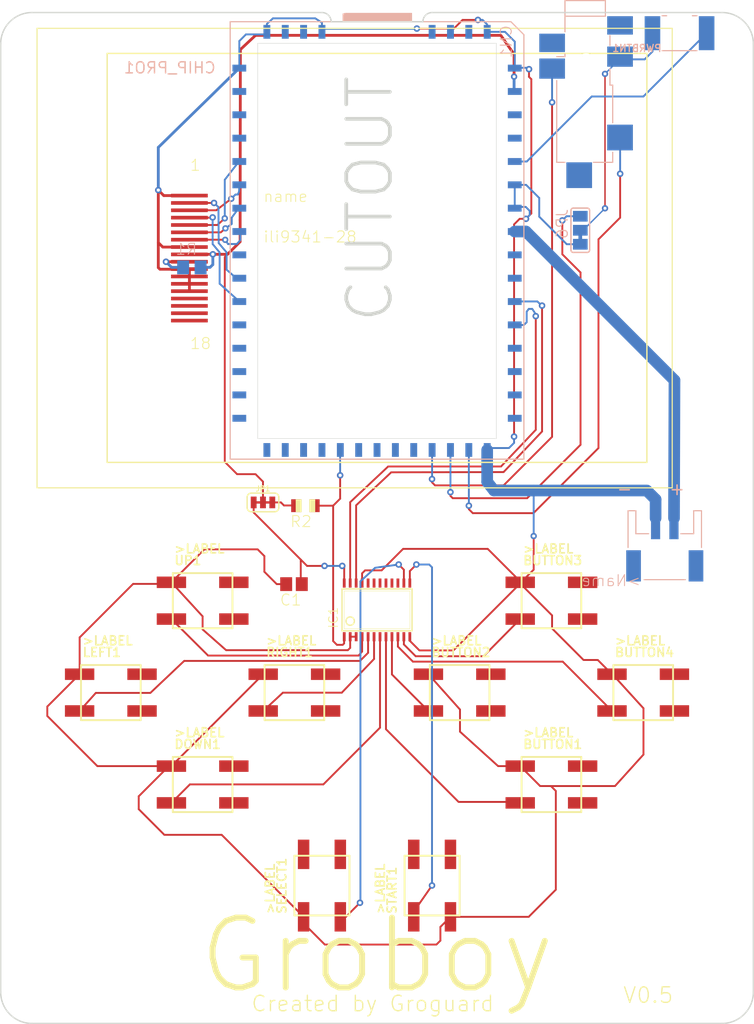
<source format=kicad_pcb>
(kicad_pcb (version 20171130) (host pcbnew "(5.1.0)-1")

  (general
    (thickness 1.6)
    (drawings 20)
    (tracks 383)
    (zones 0)
    (modules 24)
    (nets 89)
  )

  (page A4)
  (layers
    (0 Top signal)
    (31 Bottom signal)
    (32 B.Adhes user)
    (33 F.Adhes user)
    (34 B.Paste user)
    (35 F.Paste user)
    (36 B.SilkS user)
    (37 F.SilkS user)
    (38 B.Mask user)
    (39 F.Mask user)
    (40 Dwgs.User user)
    (41 Cmts.User user)
    (42 Eco1.User user)
    (43 Eco2.User user)
    (44 Edge.Cuts user)
    (45 Margin user)
    (46 B.CrtYd user)
    (47 F.CrtYd user)
    (48 B.Fab user)
    (49 F.Fab user)
  )

  (setup
    (last_trace_width 0.25)
    (trace_clearance 0.1524)
    (zone_clearance 0.508)
    (zone_45_only no)
    (trace_min 0.1524)
    (via_size 0.8)
    (via_drill 0.4)
    (via_min_size 0.4)
    (via_min_drill 0.3)
    (uvia_size 0.3)
    (uvia_drill 0.1)
    (uvias_allowed no)
    (uvia_min_size 0.2)
    (uvia_min_drill 0.1)
    (edge_width 0.05)
    (segment_width 0.2)
    (pcb_text_width 0.3)
    (pcb_text_size 1.5 1.5)
    (mod_edge_width 0.12)
    (mod_text_size 1 1)
    (mod_text_width 0.15)
    (pad_size 1.524 1.524)
    (pad_drill 0.762)
    (pad_to_mask_clearance 0.051)
    (solder_mask_min_width 0.25)
    (aux_axis_origin 0 0)
    (visible_elements FFFFFF7F)
    (pcbplotparams
      (layerselection 0x010fc_ffffffff)
      (usegerberextensions false)
      (usegerberattributes false)
      (usegerberadvancedattributes false)
      (creategerberjobfile false)
      (excludeedgelayer true)
      (linewidth 0.100000)
      (plotframeref false)
      (viasonmask false)
      (mode 1)
      (useauxorigin false)
      (hpglpennumber 1)
      (hpglpenspeed 20)
      (hpglpendiameter 15.000000)
      (psnegative false)
      (psa4output false)
      (plotreference true)
      (plotvalue true)
      (plotinvisibletext false)
      (padsonsilk false)
      (subtractmaskfromsilk false)
      (outputformat 1)
      (mirror false)
      (drillshape 1)
      (scaleselection 1)
      (outputdirectory ""))
  )

  (net 0 "")
  (net 1 GND)
  (net 2 VDD)
  (net 3 /VMIC)
  (net 4 /IPSOUT)
  (net 5 /USB1_P)
  (net 6 /USB1_N)
  (net 7 /USB0_P)
  (net 8 /USB0_N)
  (net 9 /UART2-TX)
  (net 10 /UART2-RX)
  (net 11 /UART2-RTS)
  (net 12 /UART2-CTS)
  (net 13 /UART1-TX)
  (net 14 /UART1-RX)
  (net 15 /TWI1-SDA)
  (net 16 /TWI1-SCK)
  (net 17 /PWRON)
  (net 18 /PWM1)
  (net 19 /PWM0)
  (net 20 /MICIN2)
  (net 21 /MICIN1)
  (net 22 /LRADC)
  (net 23 /I2S-MCLK)
  (net 24 /I2S-LRCK)
  (net 25 /I2S-DO)
  (net 26 /I2S-BCLK)
  (net 27 /I2S+SPDIF)
  (net 28 /HPR)
  (net 29 /HPL)
  (net 30 /HPCOM)
  (net 31 /VUSB)
  (net 32 /CSIVSYNC)
  (net 33 /CSIPCK)
  (net 34 /CSIMCLK)
  (net 35 /CSIHSYNC)
  (net 36 /CSID7)
  (net 37 /CSID6)
  (net 38 /CSID5)
  (net 39 /CSID4)
  (net 40 /CSID3)
  (net 41 /CSID2)
  (net 42 /CSID1)
  (net 43 /CSID0)
  (net 44 /CHG-IN)
  (net 45 /BAT)
  (net 46 /AGND)
  (net 47 "Net-(CN1-Pad1)")
  (net 48 /UP)
  (net 49 /LEFT)
  (net 50 /DOWN)
  (net 51 /RIGHT)
  (net 52 "Net-(BUTTON3-Pad4)")
  (net 53 "Net-(BUTTON3-Pad2)")
  (net 54 /ACTION3)
  (net 55 "Net-(BUTTON2-Pad4)")
  (net 56 "Net-(BUTTON2-Pad2)")
  (net 57 /ACTION2)
  (net 58 "Net-(BUTTON1-Pad4)")
  (net 59 "Net-(BUTTON1-Pad2)")
  (net 60 /ACTION1)
  (net 61 "Net-(BUTTON4-Pad4)")
  (net 62 "Net-(BUTTON4-Pad2)")
  (net 63 /ACTION4)
  (net 64 /SELECT)
  (net 65 /START)
  (net 66 "Net-(U$7-PadP$18)")
  (net 67 "Net-(U$7-PadP$17)")
  (net 68 "Net-(U$7-PadP$16)")
  (net 69 "Net-(U$7-PadP$15)")
  (net 70 "Net-(R1-Pad2)")
  (net 71 "Net-(IC1-Pad20)")
  (net 72 "Net-(IC1-Pad19)")
  (net 73 "Net-(IC1-Pad18)")
  (net 74 "Net-(IC1-Pad17)")
  (net 75 "Net-(IC1-Pad16)")
  (net 76 "Net-(IC1-Pad15)")
  (net 77 "Net-(UP1-Pad4)")
  (net 78 "Net-(UP1-Pad2)")
  (net 79 "Net-(LEFT1-Pad4)")
  (net 80 "Net-(LEFT1-Pad2)")
  (net 81 "Net-(DOWN1-Pad4)")
  (net 82 "Net-(DOWN1-Pad2)")
  (net 83 "Net-(RIGHT1-Pad4)")
  (net 84 "Net-(RIGHT1-Pad2)")
  (net 85 "Net-(START1-Pad4)")
  (net 86 "Net-(START1-Pad2)")
  (net 87 "Net-(SELECT1-Pad4)")
  (net 88 "Net-(SELECT1-Pad2)")

  (net_class Default "This is the default net class."
    (clearance 0.1524)
    (trace_width 0.25)
    (via_dia 0.8)
    (via_drill 0.4)
    (uvia_dia 0.3)
    (uvia_drill 0.1)
    (add_net /ACTION1)
    (add_net /ACTION2)
    (add_net /ACTION3)
    (add_net /ACTION4)
    (add_net /AGND)
    (add_net /BAT)
    (add_net /CHG-IN)
    (add_net /CSID0)
    (add_net /CSID1)
    (add_net /CSID2)
    (add_net /CSID3)
    (add_net /CSID4)
    (add_net /CSID5)
    (add_net /CSID6)
    (add_net /CSID7)
    (add_net /CSIHSYNC)
    (add_net /CSIMCLK)
    (add_net /CSIPCK)
    (add_net /CSIVSYNC)
    (add_net /DOWN)
    (add_net /HPCOM)
    (add_net /HPL)
    (add_net /HPR)
    (add_net /I2S+SPDIF)
    (add_net /I2S-BCLK)
    (add_net /I2S-DO)
    (add_net /I2S-LRCK)
    (add_net /I2S-MCLK)
    (add_net /IPSOUT)
    (add_net /LEFT)
    (add_net /LRADC)
    (add_net /MICIN1)
    (add_net /MICIN2)
    (add_net /PWM0)
    (add_net /PWM1)
    (add_net /PWRON)
    (add_net /RIGHT)
    (add_net /SELECT)
    (add_net /START)
    (add_net /TWI1-SCK)
    (add_net /TWI1-SDA)
    (add_net /UART1-RX)
    (add_net /UART1-TX)
    (add_net /UART2-CTS)
    (add_net /UART2-RTS)
    (add_net /UART2-RX)
    (add_net /UART2-TX)
    (add_net /UP)
    (add_net /USB0_N)
    (add_net /USB0_P)
    (add_net /USB1_N)
    (add_net /USB1_P)
    (add_net /VMIC)
    (add_net /VUSB)
    (add_net GND)
    (add_net "Net-(BUTTON1-Pad2)")
    (add_net "Net-(BUTTON1-Pad4)")
    (add_net "Net-(BUTTON2-Pad2)")
    (add_net "Net-(BUTTON2-Pad4)")
    (add_net "Net-(BUTTON3-Pad2)")
    (add_net "Net-(BUTTON3-Pad4)")
    (add_net "Net-(BUTTON4-Pad2)")
    (add_net "Net-(BUTTON4-Pad4)")
    (add_net "Net-(CN1-Pad1)")
    (add_net "Net-(DOWN1-Pad2)")
    (add_net "Net-(DOWN1-Pad4)")
    (add_net "Net-(IC1-Pad15)")
    (add_net "Net-(IC1-Pad16)")
    (add_net "Net-(IC1-Pad17)")
    (add_net "Net-(IC1-Pad18)")
    (add_net "Net-(IC1-Pad19)")
    (add_net "Net-(IC1-Pad20)")
    (add_net "Net-(LEFT1-Pad2)")
    (add_net "Net-(LEFT1-Pad4)")
    (add_net "Net-(R1-Pad2)")
    (add_net "Net-(RIGHT1-Pad2)")
    (add_net "Net-(RIGHT1-Pad4)")
    (add_net "Net-(SELECT1-Pad2)")
    (add_net "Net-(SELECT1-Pad4)")
    (add_net "Net-(START1-Pad2)")
    (add_net "Net-(START1-Pad4)")
    (add_net "Net-(U$7-PadP$15)")
    (add_net "Net-(U$7-PadP$16)")
    (add_net "Net-(U$7-PadP$17)")
    (add_net "Net-(U$7-PadP$18)")
    (add_net "Net-(UP1-Pad2)")
    (add_net "Net-(UP1-Pad4)")
    (add_net VDD)
  )

  (module "" (layer Top) (tedit 0) (tstamp 0)
    (at 111.5011 156.003599)
    (fp_text reference @HOLE0 (at 0 0) (layer F.SilkS) hide
      (effects (font (size 1.27 1.27) (thickness 0.15)))
    )
    (fp_text value "" (at 0 0) (layer F.SilkS)
      (effects (font (size 1.27 1.27) (thickness 0.15)))
    )
    (pad "" np_thru_hole circle (at 0 0) (size 3 3) (drill 3) (layers *.Cu *.Mask))
  )

  (module "" (layer Top) (tedit 0) (tstamp 0)
    (at 185.5011 156.003599)
    (fp_text reference @HOLE1 (at 0 0) (layer F.SilkS) hide
      (effects (font (size 1.27 1.27) (thickness 0.15)))
    )
    (fp_text value "" (at 0 0) (layer F.SilkS)
      (effects (font (size 1.27 1.27) (thickness 0.15)))
    )
    (pad "" np_thru_hole circle (at 0 0) (size 3 3) (drill 3) (layers *.Cu *.Mask))
  )

  (module "" (layer Top) (tedit 0) (tstamp 0)
    (at 148.5011 108.003599)
    (fp_text reference @HOLE2 (at 0 0) (layer F.SilkS) hide
      (effects (font (size 1.27 1.27) (thickness 0.15)))
    )
    (fp_text value "" (at 0 0) (layer F.SilkS)
      (effects (font (size 1.27 1.27) (thickness 0.15)))
    )
    (pad "" np_thru_hole circle (at 0 0) (size 3 3) (drill 3) (layers *.Cu *.Mask))
  )

  (module ChipPROHandheldv0.5:JST-PH-2-SMT-RA (layer Bottom) (tedit 0) (tstamp 5CAD0D5B)
    (at 179.8487 108.714799)
    (descr "2-Pin JST PH Series Right-Angle Connector (+/- for batteries)")
    (path /5CD2E139)
    (fp_text reference BAT1 (at 0 0) (layer B.SilkS) hide
      (effects (font (size 1.27 1.27) (thickness 0.15)) (justify mirror))
    )
    (fp_text value JST_2PIN-SMT-RA (at 0 0) (layer B.SilkS) hide
      (effects (font (size 1.27 1.27) (thickness 0.15)) (justify mirror))
    )
    (fp_text user - (at -3.429 -6.096) (layer B.SilkS)
      (effects (font (size 1.35128 1.35128) (thickness 0.170688)) (justify left bottom mirror))
    )
    (fp_text user + (at 2.286 -6.096) (layer B.SilkS)
      (effects (font (size 1.35128 1.35128) (thickness 0.170688)) (justify left bottom mirror))
    )
    (fp_text user >Value (at -2.54 -7.62) (layer B.Fab)
      (effects (font (size 1.2065 1.2065) (thickness 0.1016)) (justify left bottom mirror))
    )
    (fp_text user >Name (at -2.54 3.81) (layer B.SilkS)
      (effects (font (size 1.2065 1.2065) (thickness 0.1016)) (justify left bottom mirror))
    )
    (fp_line (start -4 -4.5) (end -4 -0.5) (layer B.SilkS) (width 0.127))
    (fp_line (start -3.15 -4.5) (end -4 -4.5) (layer B.SilkS) (width 0.127))
    (fp_line (start -3.15 -2) (end -3.15 -4.5) (layer B.SilkS) (width 0.127))
    (fp_line (start -1.75 -2) (end -3.15 -2) (layer B.SilkS) (width 0.127))
    (fp_line (start 3.15 -2) (end 1.75 -2) (layer B.SilkS) (width 0.127))
    (fp_line (start 3.15 -4.5) (end 3.15 -2) (layer B.SilkS) (width 0.127))
    (fp_line (start 4 -4.5) (end 3.15 -4.5) (layer B.SilkS) (width 0.127))
    (fp_line (start 4 -0.5) (end 4 -4.5) (layer B.SilkS) (width 0.127))
    (fp_line (start -2.25 3) (end 2.25 3) (layer B.SilkS) (width 0.127))
    (fp_line (start 3.2 -4.5) (end 3.2 -2) (layer B.Fab) (width 0.2032))
    (fp_line (start 4 -4.5) (end 3.2 -4.5) (layer B.Fab) (width 0.2032))
    (fp_line (start -3.2 -4.5) (end -4 -4.5) (layer B.Fab) (width 0.2032))
    (fp_line (start -3.2 -2) (end -3.2 -4.5) (layer B.Fab) (width 0.2032))
    (fp_line (start 3.2 -2) (end -3.2 -2) (layer B.Fab) (width 0.2032))
    (fp_line (start -4 -4.5) (end -4 3) (layer B.Fab) (width 0.2032))
    (fp_line (start 4 3) (end 4 -4.5) (layer B.Fab) (width 0.2032))
    (fp_line (start -4 3) (end 4 3) (layer B.Fab) (width 0.2032))
    (pad NC2 smd rect (at 3.4 1.5 270) (size 3.4 1.6) (layers Bottom B.Paste B.Mask)
      (solder_mask_margin 0.0635))
    (pad NC1 smd rect (at -3.4 1.5 270) (size 3.4 1.6) (layers Bottom B.Paste B.Mask)
      (solder_mask_margin 0.0635))
    (pad 1 smd rect (at 1 -3.7) (size 1 4.6) (layers Bottom B.Paste B.Mask)
      (net 45 /BAT) (solder_mask_margin 0.0635))
    (pad 2 smd rect (at -1 -3.7) (size 1 4.6) (layers Bottom B.Paste B.Mask)
      (net 1 GND) (solder_mask_margin 0.0635))
  )

  (module ChipPROHandheldv0.5:GR8_MODULE_V0.2 (layer Bottom) (tedit 0) (tstamp 5CAD0D77)
    (at 148.5011 75.103599 180)
    (path /DC4D73AF)
    (fp_text reference CHIP_PRO1 (at 17.48 18.38 180) (layer B.SilkS)
      (effects (font (size 1.2065 1.2065) (thickness 0.1524)) (justify left bottom mirror))
    )
    (fp_text value CHIP_PRO_V0.2 (at 17.48 15.61 180) (layer B.Fab)
      (effects (font (size 1.2065 1.2065) (thickness 0.1524)) (justify left bottom mirror))
    )
    (fp_poly (pts (xy -3.75 25) (xy 3.75 25) (xy 3.75 24.1) (xy -3.75 24.1)) (layer B.SilkS) (width 0))
    (fp_line (start -13 -21.25) (end -13 21.75) (layer Edge.Cuts) (width 0.05))
    (fp_line (start 13 -21.25) (end -13 -21.25) (layer Edge.Cuts) (width 0.05))
    (fp_line (start 13 -21.25) (end 13 21.75) (layer Edge.Cuts) (width 0.05))
    (fp_line (start 13 21.75) (end -13 21.75) (layer Edge.Cuts) (width 0.05))
    (fp_line (start -3.75 25) (end 3.5 25) (layer B.SilkS) (width 0.127))
    (fp_line (start -3.75 24.1) (end -3.75 25) (layer B.SilkS) (width 0.127))
    (fp_line (start 3.5 24.1) (end 3.5 25) (layer B.SilkS) (width 0.127))
    (fp_line (start 16 -23.5) (end 16 24.1) (layer B.SilkS) (width 0.127))
    (fp_line (start -16 -23.5) (end 16 -23.5) (layer B.SilkS) (width 0.127))
    (fp_line (start -16 22.685787) (end -16 -23.5) (layer B.SilkS) (width 0.127))
    (fp_line (start -14.585787 24.1) (end -16 22.685787) (layer B.SilkS) (width 0.127))
    (fp_line (start -3.75 24.1) (end -14.585787 24.1) (layer B.SilkS) (width 0.127))
    (fp_line (start 3.5 24.1) (end -3.75 24.1) (layer B.SilkS) (width 0.127))
    (fp_line (start 16 24.1) (end 3.5 24.1) (layer B.SilkS) (width 0.127))
    (fp_line (start -15 -22.5) (end 15 -22.5) (layer Cmts.User) (width 0.1))
    (fp_line (start -15 22.5) (end -15 -22.5) (layer Cmts.User) (width 0.1))
    (fp_line (start -15 22.5) (end 15 22.5) (layer Cmts.User) (width 0.1))
    (fp_line (start 15 22.5) (end 15 -22.5) (layer Cmts.User) (width 0.1))
    (pad VMIC smd rect (at 12 -22.5 90) (size 1.5 0.75) (layers Bottom B.Paste B.Mask)
      (net 3 /VMIC) (solder_mask_margin 0.0635))
    (pad VCC3V3 smd rect (at -15 16.51) (size 1.5 0.75) (layers Bottom B.Paste B.Mask)
      (net 2 VDD) (solder_mask_margin 0.0635))
    (pad IPSOUT smd rect (at -15 13.97) (size 1.5 0.75) (layers Bottom B.Paste B.Mask)
      (net 4 /IPSOUT) (solder_mask_margin 0.0635))
    (pad USB1_P smd rect (at 10 23 90) (size 1.5 0.75) (layers Bottom B.Paste B.Mask)
      (net 5 /USB1_P) (solder_mask_margin 0.0635))
    (pad USB1_N smd rect (at 8 23 90) (size 1.5 0.75) (layers Bottom B.Paste B.Mask)
      (net 6 /USB1_N) (solder_mask_margin 0.0635))
    (pad USB0_P smd rect (at -8 23 90) (size 1.5 0.75) (layers Bottom B.Paste B.Mask)
      (net 7 /USB0_P) (solder_mask_margin 0.0635))
    (pad USB0_N smd rect (at -10 23 90) (size 1.5 0.75) (layers Bottom B.Paste B.Mask)
      (net 8 /USB0_N) (solder_mask_margin 0.0635))
    (pad UART2-TX smd rect (at -15 -11.43) (size 1.5 0.75) (layers Bottom B.Paste B.Mask)
      (net 9 /UART2-TX) (solder_mask_margin 0.0635))
    (pad UART2-RX smd rect (at -15 -13.97) (size 1.5 0.75) (layers Bottom B.Paste B.Mask)
      (net 10 /UART2-RX) (solder_mask_margin 0.0635))
    (pad UART2-RTS smd rect (at -15 -19.05) (size 1.5 0.75) (layers Bottom B.Paste B.Mask)
      (net 11 /UART2-RTS) (solder_mask_margin 0.0635))
    (pad UART2-CTS smd rect (at -15 -16.51) (size 1.5 0.75) (layers Bottom B.Paste B.Mask)
      (net 12 /UART2-CTS) (solder_mask_margin 0.0635))
    (pad UART1-TX smd rect (at 15 16.51) (size 1.5 0.75) (layers Bottom B.Paste B.Mask)
      (net 13 /UART1-TX) (solder_mask_margin 0.0635))
    (pad UART1-RX smd rect (at 15 13.97) (size 1.5 0.75) (layers Bottom B.Paste B.Mask)
      (net 14 /UART1-RX) (solder_mask_margin 0.0635))
    (pad TWI1-SDA smd rect (at -15 -6.35) (size 1.5 0.75) (layers Bottom B.Paste B.Mask)
      (net 15 /TWI1-SDA) (solder_mask_margin 0.0635))
    (pad TWI1-SCK smd rect (at -15 -8.89) (size 1.5 0.75) (layers Bottom B.Paste B.Mask)
      (net 16 /TWI1-SCK) (solder_mask_margin 0.0635))
    (pad TS smd rect (at -15 3.81) (size 1.5 0.75) (layers Bottom B.Paste B.Mask)
      (net 1 GND) (solder_mask_margin 0.0635))
    (pad PWRON smd rect (at -15 8.89) (size 1.5 0.75) (layers Bottom B.Paste B.Mask)
      (net 17 /PWRON) (solder_mask_margin 0.0635))
    (pad PWM1 smd rect (at -15 -3.81) (size 1.5 0.75) (layers Bottom B.Paste B.Mask)
      (net 18 /PWM1) (solder_mask_margin 0.0635))
    (pad PWM0 smd rect (at -15 -1.27) (size 1.5 0.75) (layers Bottom B.Paste B.Mask)
      (net 19 /PWM0) (solder_mask_margin 0.0635))
    (pad MICIN2 smd rect (at 10 -22.5 90) (size 1.5 0.75) (layers Bottom B.Paste B.Mask)
      (net 20 /MICIN2) (solder_mask_margin 0.0635))
    (pad MICIN1 smd rect (at 8 -22.5 90) (size 1.5 0.75) (layers Bottom B.Paste B.Mask)
      (net 21 /MICIN1) (solder_mask_margin 0.0635))
    (pad LRADC smd rect (at 15 11.43) (size 1.5 0.75) (layers Bottom B.Paste B.Mask)
      (net 22 /LRADC) (solder_mask_margin 0.0635))
    (pad I2S-MCLK smd rect (at -4 -22.5 90) (size 1.5 0.75) (layers Bottom B.Paste B.Mask)
      (net 23 /I2S-MCLK) (solder_mask_margin 0.0635))
    (pad I2S-LRCK smd rect (at 0 -22.5 90) (size 1.5 0.75) (layers Bottom B.Paste B.Mask)
      (net 24 /I2S-LRCK) (solder_mask_margin 0.0635))
    (pad I2S-DO smd rect (at 2 -22.5 90) (size 1.5 0.75) (layers Bottom B.Paste B.Mask)
      (net 25 /I2S-DO) (solder_mask_margin 0.0635))
    (pad I2S-BCLK smd rect (at -2 -22.5 90) (size 1.5 0.75) (layers Bottom B.Paste B.Mask)
      (net 26 /I2S-BCLK) (solder_mask_margin 0.0635))
    (pad I2S+SPDIF smd rect (at 4 -22.5 90) (size 1.5 0.75) (layers Bottom B.Paste B.Mask)
      (net 27 /I2S+SPDIF) (solder_mask_margin 0.0635))
    (pad HPR smd rect (at -6 -22.5 90) (size 1.5 0.75) (layers Bottom B.Paste B.Mask)
      (net 28 /HPR) (solder_mask_margin 0.0635))
    (pad HPL smd rect (at -10 -22.5 90) (size 1.5 0.75) (layers Bottom B.Paste B.Mask)
      (net 29 /HPL) (solder_mask_margin 0.0635))
    (pad HPCOM smd rect (at -8 -22.5 90) (size 1.5 0.75) (layers Bottom B.Paste B.Mask)
      (net 30 /HPCOM) (solder_mask_margin 0.0635))
    (pad GND@7 smd rect (at 12 23 90) (size 1.5 0.75) (layers Bottom B.Paste B.Mask)
      (net 1 GND) (solder_mask_margin 0.0635))
    (pad GND@6 smd rect (at 6 23 90) (size 1.5 0.75) (layers Bottom B.Paste B.Mask)
      (net 1 GND) (solder_mask_margin 0.0635))
    (pad VBUS smd rect (at -6 23 90) (size 1.5 0.75) (layers Bottom B.Paste B.Mask)
      (net 31 /VUSB) (solder_mask_margin 0.0635))
    (pad GND@4 smd rect (at -12 23 90) (size 1.5 0.75) (layers Bottom B.Paste B.Mask)
      (net 1 GND) (solder_mask_margin 0.0635))
    (pad GND@3 smd rect (at -15 19.05) (size 1.5 0.75) (layers Bottom B.Paste B.Mask)
      (net 1 GND) (solder_mask_margin 0.0635))
    (pad GND@2 smd rect (at -15 6.35) (size 1.5 0.75) (layers Bottom B.Paste B.Mask)
      (net 1 GND) (solder_mask_margin 0.0635))
    (pad GND@1 smd rect (at -12 -22.5 90) (size 1.5 0.75) (layers Bottom B.Paste B.Mask)
      (net 1 GND) (solder_mask_margin 0.0635))
    (pad GND@0 smd rect (at 15 19.05) (size 1.5 0.75) (layers Bottom B.Paste B.Mask)
      (net 1 GND) (solder_mask_margin 0.0635))
    (pad CSIVSYNC smd rect (at 15 1.27) (size 1.5 0.75) (layers Bottom B.Paste B.Mask)
      (net 32 /CSIVSYNC) (solder_mask_margin 0.0635))
    (pad CSIPCK smd rect (at 15 8.89) (size 1.5 0.75) (layers Bottom B.Paste B.Mask)
      (net 33 /CSIPCK) (solder_mask_margin 0.0635))
    (pad CSIMCLK smd rect (at 15 6.35) (size 1.5 0.75) (layers Bottom B.Paste B.Mask)
      (net 34 /CSIMCLK) (solder_mask_margin 0.0635))
    (pad CSIHSYNC smd rect (at 15 3.81) (size 1.5 0.75) (layers Bottom B.Paste B.Mask)
      (net 35 /CSIHSYNC) (solder_mask_margin 0.0635))
    (pad CSID7 smd rect (at 15 -19.05) (size 1.5 0.75) (layers Bottom B.Paste B.Mask)
      (net 36 /CSID7) (solder_mask_margin 0.0635))
    (pad CSID6 smd rect (at 15 -16.51) (size 1.5 0.75) (layers Bottom B.Paste B.Mask)
      (net 37 /CSID6) (solder_mask_margin 0.0635))
    (pad CSID5 smd rect (at 15 -13.97) (size 1.5 0.75) (layers Bottom B.Paste B.Mask)
      (net 38 /CSID5) (solder_mask_margin 0.0635))
    (pad CSID4 smd rect (at 15 -11.43) (size 1.5 0.75) (layers Bottom B.Paste B.Mask)
      (net 39 /CSID4) (solder_mask_margin 0.0635))
    (pad CSID3 smd rect (at 15 -8.89) (size 1.5 0.75) (layers Bottom B.Paste B.Mask)
      (net 40 /CSID3) (solder_mask_margin 0.0635))
    (pad CSID2 smd rect (at 15 -6.35) (size 1.5 0.75) (layers Bottom B.Paste B.Mask)
      (net 41 /CSID2) (solder_mask_margin 0.0635))
    (pad CSID1 smd rect (at 15 -3.81) (size 1.5 0.75) (layers Bottom B.Paste B.Mask)
      (net 42 /CSID1) (solder_mask_margin 0.0635))
    (pad CSID0 smd rect (at 15 -1.27) (size 1.5 0.75) (layers Bottom B.Paste B.Mask)
      (net 43 /CSID0) (solder_mask_margin 0.0635))
    (pad CHG-IN smd rect (at -15 11.43) (size 1.5 0.75) (layers Bottom B.Paste B.Mask)
      (net 44 /CHG-IN) (solder_mask_margin 0.0635))
    (pad BAT smd rect (at -15 1.27) (size 1.5 0.75) (layers Bottom B.Paste B.Mask)
      (net 45 /BAT) (solder_mask_margin 0.0635))
    (pad AGND smd rect (at 6 -22.5 90) (size 1.5 0.75) (layers Bottom B.Paste B.Mask)
      (net 46 /AGND) (solder_mask_margin 0.0635))
  )

  (module ChipPROHandheldv0.5:SJ-43514-SMT-TR (layer Bottom) (tedit 0) (tstamp 5CAD0DC2)
    (at 171.2765 55.304399 270)
    (path /496D2C97)
    (fp_text reference CN1 (at -4 8 270) (layer B.SilkS)
      (effects (font (size 1.2065 1.2065) (thickness 0.1016)) (justify left bottom mirror))
    )
    (fp_text value SJ-43514-SMT-TR (at -4 6 270) (layer B.Fab)
      (effects (font (size 1.2065 1.2065) (thickness 0.1016)) (justify left bottom mirror))
    )
    (fp_line (start -6.6 -2.1) (end -4.9 -2.1) (layer B.SilkS) (width 0.127))
    (fp_line (start -6.6 2.3) (end -6.6 -2.1) (layer B.SilkS) (width 0.127))
    (fp_line (start -4.9 2.3) (end -6.6 2.3) (layer B.SilkS) (width 0.127))
    (fp_line (start -0.5 2.3) (end -0.8 2.3) (layer B.SilkS) (width 0.127))
    (fp_line (start -0.5 3.2) (end -0.5 2.3) (layer B.SilkS) (width 0.127))
    (fp_line (start 11 3.2) (end 2.1 3.2) (layer B.SilkS) (width 0.127))
    (fp_line (start 11 2.3) (end 11 3.2) (layer B.SilkS) (width 0.127))
    (fp_line (start 11 -2.9) (end 11 -0.8) (layer B.SilkS) (width 0.127))
    (fp_line (start 9.9 -2.9) (end 11 -2.9) (layer B.SilkS) (width 0.127))
    (fp_line (start 2.6 -2.9) (end 6.7 -2.9) (layer B.SilkS) (width 0.127))
    (fp_line (start 2.6 -2.6) (end 2.6 -2.9) (layer B.SilkS) (width 0.127))
    (fp_line (start 0.8 -2.6) (end 2.6 -2.6) (layer B.SilkS) (width 0.127))
    (fp_line (start -2.8 -2.6) (end -1.7 -2.6) (layer B.SilkS) (width 0.127))
    (fp_line (start -4.9 2.3) (end -3.2 2.3) (layer B.SilkS) (width 0.127))
    (fp_line (start -4.9 -2.1) (end -4.9 2.3) (layer B.SilkS) (width 0.127))
    (pad 5 smd rect (at 12.4 0.75 270) (size 2.8 2.8) (layers Bottom B.Paste B.Mask)
      (solder_mask_margin 0.0635))
    (pad 2 smd rect (at 8.3 -3.7 270) (size 2.8 2.8) (layers Bottom B.Paste B.Mask)
      (net 29 /HPL) (solder_mask_margin 0.0635))
    (pad 4 smd rect (at -0.5 -3.7 270) (size 2.2 2.8) (layers Bottom B.Paste B.Mask)
      (net 1 GND) (solder_mask_margin 0.0635))
    (pad 1 smd rect (at -3.9 -3.7 270) (size 2 2.8) (layers Bottom B.Paste B.Mask)
      (net 47 "Net-(CN1-Pad1)") (solder_mask_margin 0.0635))
    (pad 3 smd rect (at 0.8 3.7 270) (size 2.2 2.8) (layers Bottom B.Paste B.Mask)
      (net 28 /HPR) (solder_mask_margin 0.0635))
    (pad 6 smd rect (at -2 3.7 270) (size 2 2.8) (layers Bottom B.Paste B.Mask)
      (solder_mask_margin 0.0635))
    (pad "" np_thru_hole circle (at 7 0 270) (size 1.7 1.7) (drill 1.7) (layers *.Cu *.Mask))
    (pad "" np_thru_hole circle (at 0 0 270) (size 1.7 1.7) (drill 1.7) (layers *.Cu *.Mask))
  )

  (module ChipPROHandheldv0.5:EVQP0_Q2 (layer Top) (tedit 0) (tstamp 5CAD0DDC)
    (at 129.5011 114.003599)
    (descr "Tact Switch")
    (path /37E6A69E)
    (fp_text reference UP1 (at -3.175 -3.81) (layer F.SilkS)
      (effects (font (size 0.9652 0.9652) (thickness 0.18288)) (justify left bottom))
    )
    (fp_text value EVQP0_Q2 (at -3.175 4.445) (layer F.Fab)
      (effects (font (size 0.77216 0.77216) (thickness 0.08128)) (justify left bottom))
    )
    (fp_text user >LABEL (at -3.175 -5.08) (layer F.SilkS)
      (effects (font (size 0.9652 0.9652) (thickness 0.18288)) (justify left bottom))
    )
    (fp_circle (center 0 0) (end 1.3453 0) (layer F.Fab) (width 0.0508))
    (fp_circle (center 0 0) (end 1.796 0) (layer F.Fab) (width 0.2032))
    (fp_line (start 3.25 -3) (end 3.25 3) (layer F.SilkS) (width 0.2032))
    (fp_line (start -3.25 -3) (end 3.25 -3) (layer F.SilkS) (width 0.2032))
    (fp_line (start -3.25 3) (end -3.25 -3) (layer F.SilkS) (width 0.2032))
    (fp_line (start 3.25 3) (end -3.25 3) (layer F.SilkS) (width 0.2032))
    (pad 4 smd rect (at 3.4 2 180) (size 3.2 1.25) (layers Top F.Paste F.Mask)
      (net 77 "Net-(UP1-Pad4)") (solder_mask_margin 0.0635))
    (pad 1 smd rect (at -3.4 -2 180) (size 3.2 1.25) (layers Top F.Paste F.Mask)
      (net 1 GND) (solder_mask_margin 0.0635))
    (pad 2 smd rect (at 3.4 -2) (size 3.2 1.25) (layers Top F.Paste F.Mask)
      (net 78 "Net-(UP1-Pad2)") (solder_mask_margin 0.0635))
    (pad 3 smd rect (at -3.4 2) (size 3.2 1.25) (layers Top F.Paste F.Mask)
      (net 48 /UP) (solder_mask_margin 0.0635))
  )

  (module ChipPROHandheldv0.5:EVQP0_Q2 (layer Top) (tedit 0) (tstamp 5CAD0DEA)
    (at 119.5011 124.003599)
    (descr "Tact Switch")
    (path /9090CA12)
    (fp_text reference LEFT1 (at -3.175 -3.81) (layer F.SilkS)
      (effects (font (size 0.9652 0.9652) (thickness 0.18288)) (justify left bottom))
    )
    (fp_text value EVQP0_Q2 (at -3.175 4.445) (layer F.Fab)
      (effects (font (size 0.77216 0.77216) (thickness 0.08128)) (justify left bottom))
    )
    (fp_text user >LABEL (at -3.175 -5.08) (layer F.SilkS)
      (effects (font (size 0.9652 0.9652) (thickness 0.18288)) (justify left bottom))
    )
    (fp_circle (center 0 0) (end 1.3453 0) (layer F.Fab) (width 0.0508))
    (fp_circle (center 0 0) (end 1.796 0) (layer F.Fab) (width 0.2032))
    (fp_line (start 3.25 -3) (end 3.25 3) (layer F.SilkS) (width 0.2032))
    (fp_line (start -3.25 -3) (end 3.25 -3) (layer F.SilkS) (width 0.2032))
    (fp_line (start -3.25 3) (end -3.25 -3) (layer F.SilkS) (width 0.2032))
    (fp_line (start 3.25 3) (end -3.25 3) (layer F.SilkS) (width 0.2032))
    (pad 4 smd rect (at 3.4 2 180) (size 3.2 1.25) (layers Top F.Paste F.Mask)
      (net 79 "Net-(LEFT1-Pad4)") (solder_mask_margin 0.0635))
    (pad 1 smd rect (at -3.4 -2 180) (size 3.2 1.25) (layers Top F.Paste F.Mask)
      (net 1 GND) (solder_mask_margin 0.0635))
    (pad 2 smd rect (at 3.4 -2) (size 3.2 1.25) (layers Top F.Paste F.Mask)
      (net 80 "Net-(LEFT1-Pad2)") (solder_mask_margin 0.0635))
    (pad 3 smd rect (at -3.4 2) (size 3.2 1.25) (layers Top F.Paste F.Mask)
      (net 49 /LEFT) (solder_mask_margin 0.0635))
  )

  (module ChipPROHandheldv0.5:EVQP0_Q2 (layer Top) (tedit 0) (tstamp 5CAD0DF8)
    (at 129.5011 134.003599)
    (descr "Tact Switch")
    (path /EF189159)
    (fp_text reference DOWN1 (at -3.175 -3.81) (layer F.SilkS)
      (effects (font (size 0.9652 0.9652) (thickness 0.18288)) (justify left bottom))
    )
    (fp_text value EVQP0_Q2 (at -3.175 4.445) (layer F.Fab)
      (effects (font (size 0.77216 0.77216) (thickness 0.08128)) (justify left bottom))
    )
    (fp_text user >LABEL (at -3.175 -5.08) (layer F.SilkS)
      (effects (font (size 0.9652 0.9652) (thickness 0.18288)) (justify left bottom))
    )
    (fp_circle (center 0 0) (end 1.3453 0) (layer F.Fab) (width 0.0508))
    (fp_circle (center 0 0) (end 1.796 0) (layer F.Fab) (width 0.2032))
    (fp_line (start 3.25 -3) (end 3.25 3) (layer F.SilkS) (width 0.2032))
    (fp_line (start -3.25 -3) (end 3.25 -3) (layer F.SilkS) (width 0.2032))
    (fp_line (start -3.25 3) (end -3.25 -3) (layer F.SilkS) (width 0.2032))
    (fp_line (start 3.25 3) (end -3.25 3) (layer F.SilkS) (width 0.2032))
    (pad 4 smd rect (at 3.4 2 180) (size 3.2 1.25) (layers Top F.Paste F.Mask)
      (net 81 "Net-(DOWN1-Pad4)") (solder_mask_margin 0.0635))
    (pad 1 smd rect (at -3.4 -2 180) (size 3.2 1.25) (layers Top F.Paste F.Mask)
      (net 1 GND) (solder_mask_margin 0.0635))
    (pad 2 smd rect (at 3.4 -2) (size 3.2 1.25) (layers Top F.Paste F.Mask)
      (net 82 "Net-(DOWN1-Pad2)") (solder_mask_margin 0.0635))
    (pad 3 smd rect (at -3.4 2) (size 3.2 1.25) (layers Top F.Paste F.Mask)
      (net 50 /DOWN) (solder_mask_margin 0.0635))
  )

  (module ChipPROHandheldv0.5:EVQP0_Q2 (layer Top) (tedit 0) (tstamp 5CAD0E06)
    (at 139.5011 124.003599)
    (descr "Tact Switch")
    (path /DBB8868D)
    (fp_text reference RIGHT1 (at -3.175 -3.81) (layer F.SilkS)
      (effects (font (size 0.9652 0.9652) (thickness 0.18288)) (justify left bottom))
    )
    (fp_text value EVQP0_Q2 (at -3.175 4.445) (layer F.Fab)
      (effects (font (size 0.77216 0.77216) (thickness 0.08128)) (justify left bottom))
    )
    (fp_text user >LABEL (at -3.175 -5.08) (layer F.SilkS)
      (effects (font (size 0.9652 0.9652) (thickness 0.18288)) (justify left bottom))
    )
    (fp_circle (center 0 0) (end 1.3453 0) (layer F.Fab) (width 0.0508))
    (fp_circle (center 0 0) (end 1.796 0) (layer F.Fab) (width 0.2032))
    (fp_line (start 3.25 -3) (end 3.25 3) (layer F.SilkS) (width 0.2032))
    (fp_line (start -3.25 -3) (end 3.25 -3) (layer F.SilkS) (width 0.2032))
    (fp_line (start -3.25 3) (end -3.25 -3) (layer F.SilkS) (width 0.2032))
    (fp_line (start 3.25 3) (end -3.25 3) (layer F.SilkS) (width 0.2032))
    (pad 4 smd rect (at 3.4 2 180) (size 3.2 1.25) (layers Top F.Paste F.Mask)
      (net 83 "Net-(RIGHT1-Pad4)") (solder_mask_margin 0.0635))
    (pad 1 smd rect (at -3.4 -2 180) (size 3.2 1.25) (layers Top F.Paste F.Mask)
      (net 1 GND) (solder_mask_margin 0.0635))
    (pad 2 smd rect (at 3.4 -2) (size 3.2 1.25) (layers Top F.Paste F.Mask)
      (net 84 "Net-(RIGHT1-Pad2)") (solder_mask_margin 0.0635))
    (pad 3 smd rect (at -3.4 2) (size 3.2 1.25) (layers Top F.Paste F.Mask)
      (net 51 /RIGHT) (solder_mask_margin 0.0635))
  )

  (module ChipPROHandheldv0.5:EVQP0_Q2 (layer Top) (tedit 0) (tstamp 5CAD0E14)
    (at 167.5011 114.003599)
    (descr "Tact Switch")
    (path /77976CE0)
    (fp_text reference BUTTON3 (at -3.175 -3.81) (layer F.SilkS)
      (effects (font (size 0.9652 0.9652) (thickness 0.18288)) (justify left bottom))
    )
    (fp_text value EVQP0_Q2 (at -3.175 4.445) (layer F.Fab)
      (effects (font (size 0.77216 0.77216) (thickness 0.08128)) (justify left bottom))
    )
    (fp_text user >LABEL (at -3.175 -5.08) (layer F.SilkS)
      (effects (font (size 0.9652 0.9652) (thickness 0.18288)) (justify left bottom))
    )
    (fp_circle (center 0 0) (end 1.3453 0) (layer F.Fab) (width 0.0508))
    (fp_circle (center 0 0) (end 1.796 0) (layer F.Fab) (width 0.2032))
    (fp_line (start 3.25 -3) (end 3.25 3) (layer F.SilkS) (width 0.2032))
    (fp_line (start -3.25 -3) (end 3.25 -3) (layer F.SilkS) (width 0.2032))
    (fp_line (start -3.25 3) (end -3.25 -3) (layer F.SilkS) (width 0.2032))
    (fp_line (start 3.25 3) (end -3.25 3) (layer F.SilkS) (width 0.2032))
    (pad 4 smd rect (at 3.4 2 180) (size 3.2 1.25) (layers Top F.Paste F.Mask)
      (net 52 "Net-(BUTTON3-Pad4)") (solder_mask_margin 0.0635))
    (pad 1 smd rect (at -3.4 -2 180) (size 3.2 1.25) (layers Top F.Paste F.Mask)
      (net 1 GND) (solder_mask_margin 0.0635))
    (pad 2 smd rect (at 3.4 -2) (size 3.2 1.25) (layers Top F.Paste F.Mask)
      (net 53 "Net-(BUTTON3-Pad2)") (solder_mask_margin 0.0635))
    (pad 3 smd rect (at -3.4 2) (size 3.2 1.25) (layers Top F.Paste F.Mask)
      (net 54 /ACTION3) (solder_mask_margin 0.0635))
  )

  (module ChipPROHandheldv0.5:EVQP0_Q2 (layer Top) (tedit 0) (tstamp 5CAD0E22)
    (at 157.5011 124.003599)
    (descr "Tact Switch")
    (path /7C0599B5)
    (fp_text reference BUTTON2 (at -3.175 -3.81) (layer F.SilkS)
      (effects (font (size 0.9652 0.9652) (thickness 0.18288)) (justify left bottom))
    )
    (fp_text value EVQP0_Q2 (at -3.175 4.445) (layer F.Fab)
      (effects (font (size 0.77216 0.77216) (thickness 0.08128)) (justify left bottom))
    )
    (fp_text user >LABEL (at -3.175 -5.08) (layer F.SilkS)
      (effects (font (size 0.9652 0.9652) (thickness 0.18288)) (justify left bottom))
    )
    (fp_circle (center 0 0) (end 1.3453 0) (layer F.Fab) (width 0.0508))
    (fp_circle (center 0 0) (end 1.796 0) (layer F.Fab) (width 0.2032))
    (fp_line (start 3.25 -3) (end 3.25 3) (layer F.SilkS) (width 0.2032))
    (fp_line (start -3.25 -3) (end 3.25 -3) (layer F.SilkS) (width 0.2032))
    (fp_line (start -3.25 3) (end -3.25 -3) (layer F.SilkS) (width 0.2032))
    (fp_line (start 3.25 3) (end -3.25 3) (layer F.SilkS) (width 0.2032))
    (pad 4 smd rect (at 3.4 2 180) (size 3.2 1.25) (layers Top F.Paste F.Mask)
      (net 55 "Net-(BUTTON2-Pad4)") (solder_mask_margin 0.0635))
    (pad 1 smd rect (at -3.4 -2 180) (size 3.2 1.25) (layers Top F.Paste F.Mask)
      (net 1 GND) (solder_mask_margin 0.0635))
    (pad 2 smd rect (at 3.4 -2) (size 3.2 1.25) (layers Top F.Paste F.Mask)
      (net 56 "Net-(BUTTON2-Pad2)") (solder_mask_margin 0.0635))
    (pad 3 smd rect (at -3.4 2) (size 3.2 1.25) (layers Top F.Paste F.Mask)
      (net 57 /ACTION2) (solder_mask_margin 0.0635))
  )

  (module ChipPROHandheldv0.5:EVQP0_Q2 (layer Top) (tedit 0) (tstamp 5CAD0E30)
    (at 167.5011 134.003599)
    (descr "Tact Switch")
    (path /78D00BD4)
    (fp_text reference BUTTON1 (at -3.175 -3.81) (layer F.SilkS)
      (effects (font (size 0.9652 0.9652) (thickness 0.18288)) (justify left bottom))
    )
    (fp_text value EVQP0_Q2 (at -3.175 4.445) (layer F.Fab)
      (effects (font (size 0.77216 0.77216) (thickness 0.08128)) (justify left bottom))
    )
    (fp_text user >LABEL (at -3.175 -5.08) (layer F.SilkS)
      (effects (font (size 0.9652 0.9652) (thickness 0.18288)) (justify left bottom))
    )
    (fp_circle (center 0 0) (end 1.3453 0) (layer F.Fab) (width 0.0508))
    (fp_circle (center 0 0) (end 1.796 0) (layer F.Fab) (width 0.2032))
    (fp_line (start 3.25 -3) (end 3.25 3) (layer F.SilkS) (width 0.2032))
    (fp_line (start -3.25 -3) (end 3.25 -3) (layer F.SilkS) (width 0.2032))
    (fp_line (start -3.25 3) (end -3.25 -3) (layer F.SilkS) (width 0.2032))
    (fp_line (start 3.25 3) (end -3.25 3) (layer F.SilkS) (width 0.2032))
    (pad 4 smd rect (at 3.4 2 180) (size 3.2 1.25) (layers Top F.Paste F.Mask)
      (net 58 "Net-(BUTTON1-Pad4)") (solder_mask_margin 0.0635))
    (pad 1 smd rect (at -3.4 -2 180) (size 3.2 1.25) (layers Top F.Paste F.Mask)
      (net 1 GND) (solder_mask_margin 0.0635))
    (pad 2 smd rect (at 3.4 -2) (size 3.2 1.25) (layers Top F.Paste F.Mask)
      (net 59 "Net-(BUTTON1-Pad2)") (solder_mask_margin 0.0635))
    (pad 3 smd rect (at -3.4 2) (size 3.2 1.25) (layers Top F.Paste F.Mask)
      (net 60 /ACTION1) (solder_mask_margin 0.0635))
  )

  (module ChipPROHandheldv0.5:EVQP0_Q2 (layer Top) (tedit 0) (tstamp 5CAD0E3E)
    (at 177.5011 124.003599)
    (descr "Tact Switch")
    (path /3FBAC398)
    (fp_text reference BUTTON4 (at -3.175 -3.81) (layer F.SilkS)
      (effects (font (size 0.9652 0.9652) (thickness 0.18288)) (justify left bottom))
    )
    (fp_text value EVQP0_Q2 (at -3.175 4.445) (layer F.Fab)
      (effects (font (size 0.77216 0.77216) (thickness 0.08128)) (justify left bottom))
    )
    (fp_text user >LABEL (at -3.175 -5.08) (layer F.SilkS)
      (effects (font (size 0.9652 0.9652) (thickness 0.18288)) (justify left bottom))
    )
    (fp_circle (center 0 0) (end 1.3453 0) (layer F.Fab) (width 0.0508))
    (fp_circle (center 0 0) (end 1.796 0) (layer F.Fab) (width 0.2032))
    (fp_line (start 3.25 -3) (end 3.25 3) (layer F.SilkS) (width 0.2032))
    (fp_line (start -3.25 -3) (end 3.25 -3) (layer F.SilkS) (width 0.2032))
    (fp_line (start -3.25 3) (end -3.25 -3) (layer F.SilkS) (width 0.2032))
    (fp_line (start 3.25 3) (end -3.25 3) (layer F.SilkS) (width 0.2032))
    (pad 4 smd rect (at 3.4 2 180) (size 3.2 1.25) (layers Top F.Paste F.Mask)
      (net 61 "Net-(BUTTON4-Pad4)") (solder_mask_margin 0.0635))
    (pad 1 smd rect (at -3.4 -2 180) (size 3.2 1.25) (layers Top F.Paste F.Mask)
      (net 1 GND) (solder_mask_margin 0.0635))
    (pad 2 smd rect (at 3.4 -2) (size 3.2 1.25) (layers Top F.Paste F.Mask)
      (net 62 "Net-(BUTTON4-Pad2)") (solder_mask_margin 0.0635))
    (pad 3 smd rect (at -3.4 2) (size 3.2 1.25) (layers Top F.Paste F.Mask)
      (net 63 /ACTION4) (solder_mask_margin 0.0635))
  )

  (module ChipPROHandheldv0.5:EVQP0_Q2 (layer Top) (tedit 0) (tstamp 5CAD0E4C)
    (at 154.5011 145.003599 90)
    (descr "Tact Switch")
    (path /088F0E4D)
    (fp_text reference START1 (at -3.175 -3.81 90) (layer F.SilkS)
      (effects (font (size 0.9652 0.9652) (thickness 0.18288)) (justify left bottom))
    )
    (fp_text value EVQP0_Q2 (at -3.175 4.445 90) (layer F.Fab)
      (effects (font (size 0.77216 0.77216) (thickness 0.08128)) (justify left bottom))
    )
    (fp_text user >LABEL (at -3.175 -5.08 90) (layer F.SilkS)
      (effects (font (size 0.9652 0.9652) (thickness 0.18288)) (justify left bottom))
    )
    (fp_circle (center 0 0) (end 1.3453 0) (layer F.Fab) (width 0.0508))
    (fp_circle (center 0 0) (end 1.796 0) (layer F.Fab) (width 0.2032))
    (fp_line (start 3.25 -3) (end 3.25 3) (layer F.SilkS) (width 0.2032))
    (fp_line (start -3.25 -3) (end 3.25 -3) (layer F.SilkS) (width 0.2032))
    (fp_line (start -3.25 3) (end -3.25 -3) (layer F.SilkS) (width 0.2032))
    (fp_line (start 3.25 3) (end -3.25 3) (layer F.SilkS) (width 0.2032))
    (pad 4 smd rect (at 3.4 2 270) (size 3.2 1.25) (layers Top F.Paste F.Mask)
      (net 85 "Net-(START1-Pad4)") (solder_mask_margin 0.0635))
    (pad 1 smd rect (at -3.4 -2 270) (size 3.2 1.25) (layers Top F.Paste F.Mask)
      (net 64 /SELECT) (solder_mask_margin 0.0635))
    (pad 2 smd rect (at 3.4 -2 90) (size 3.2 1.25) (layers Top F.Paste F.Mask)
      (net 86 "Net-(START1-Pad2)") (solder_mask_margin 0.0635))
    (pad 3 smd rect (at -3.4 2 90) (size 3.2 1.25) (layers Top F.Paste F.Mask)
      (net 1 GND) (solder_mask_margin 0.0635))
  )

  (module ChipPROHandheldv0.5:EVQP0_Q2 (layer Top) (tedit 0) (tstamp 5CAD0E5A)
    (at 142.5011 145.003599 90)
    (descr "Tact Switch")
    (path /FC06BFCF)
    (fp_text reference SELECT1 (at -3.175 -3.81 90) (layer F.SilkS)
      (effects (font (size 0.9652 0.9652) (thickness 0.18288)) (justify left bottom))
    )
    (fp_text value EVQP0_Q2 (at -3.175 4.445 90) (layer F.Fab)
      (effects (font (size 0.77216 0.77216) (thickness 0.08128)) (justify left bottom))
    )
    (fp_text user >LABEL (at -3.175 -5.08 90) (layer F.SilkS)
      (effects (font (size 0.9652 0.9652) (thickness 0.18288)) (justify left bottom))
    )
    (fp_circle (center 0 0) (end 1.3453 0) (layer F.Fab) (width 0.0508))
    (fp_circle (center 0 0) (end 1.796 0) (layer F.Fab) (width 0.2032))
    (fp_line (start 3.25 -3) (end 3.25 3) (layer F.SilkS) (width 0.2032))
    (fp_line (start -3.25 -3) (end 3.25 -3) (layer F.SilkS) (width 0.2032))
    (fp_line (start -3.25 3) (end -3.25 -3) (layer F.SilkS) (width 0.2032))
    (fp_line (start 3.25 3) (end -3.25 3) (layer F.SilkS) (width 0.2032))
    (pad 4 smd rect (at 3.4 2 270) (size 3.2 1.25) (layers Top F.Paste F.Mask)
      (net 87 "Net-(SELECT1-Pad4)") (solder_mask_margin 0.0635))
    (pad 1 smd rect (at -3.4 -2 270) (size 3.2 1.25) (layers Top F.Paste F.Mask)
      (net 1 GND) (solder_mask_margin 0.0635))
    (pad 2 smd rect (at 3.4 -2 90) (size 3.2 1.25) (layers Top F.Paste F.Mask)
      (net 88 "Net-(SELECT1-Pad2)") (solder_mask_margin 0.0635))
    (pad 3 smd rect (at -3.4 2 90) (size 3.2 1.25) (layers Top F.Paste F.Mask)
      (net 65 /START) (solder_mask_margin 0.0635))
  )

  (module ChipPROHandheldv0.5:BTN_CK_KSS (layer Bottom) (tedit 0) (tstamp 5CAD0E68)
    (at 181.4573 52.254399)
    (path /3C21F28C)
    (fp_text reference PWRBTN1 (at -1.886 2.094) (layer B.SilkS)
      (effects (font (size 0.77216 0.77216) (thickness 0.146304)) (justify left bottom mirror))
    )
    (fp_text value Button (at -1.886 1.144) (layer B.Fab)
      (effects (font (size 0.38608 0.38608) (thickness 0.04064)) (justify left bottom mirror))
    )
    (fp_line (start 1.4 -1.9) (end 1.9 -1.9) (layer B.SilkS) (width 0.127))
    (fp_line (start -1.9 -1.9) (end -1.4 -1.9) (layer B.SilkS) (width 0.127))
    (fp_line (start -1.9 1.9) (end 1.9 1.9) (layer B.SilkS) (width 0.127))
    (fp_line (start 3.5 -1.505) (end 2.75 -1.505) (layer B.Fab) (width 0.127))
    (fp_line (start -2.75 -1.505) (end -3.5 -1.505) (layer B.Fab) (width 0.127))
    (fp_line (start 2.75 1.505) (end 3.5 1.505) (layer B.Fab) (width 0.127))
    (fp_line (start -3.5 1.505) (end -2.75 1.505) (layer B.Fab) (width 0.127))
    (fp_line (start -1.25 -2.65) (end -1.25 -1.75) (layer B.Fab) (width 0.127))
    (fp_line (start 1.25 -2.65) (end 1.25 -1.75) (layer B.Fab) (width 0.127))
    (fp_line (start -1.25 -2.65) (end 1.25 -2.65) (layer B.Fab) (width 0.127))
    (fp_line (start -3.5 -1.505) (end -3.5 1.505) (layer B.Fab) (width 0.127))
    (fp_line (start 3.5 1.505) (end 3.5 -1.505) (layer B.Fab) (width 0.127))
    (fp_line (start -2.75 1.505) (end -2.75 1.75) (layer B.Fab) (width 0.127))
    (fp_line (start -2.75 -1.505) (end -2.75 1.505) (layer B.Fab) (width 0.127))
    (fp_line (start -2.75 -1.75) (end -2.75 -1.505) (layer B.Fab) (width 0.127))
    (fp_line (start -1.25 -1.75) (end -2.75 -1.75) (layer B.Fab) (width 0.127))
    (fp_line (start 1.25 -1.75) (end -1.25 -1.75) (layer B.Fab) (width 0.127))
    (fp_line (start 2.75 -1.75) (end 1.25 -1.75) (layer B.Fab) (width 0.127))
    (fp_line (start 2.75 -1.505) (end 2.75 -1.75) (layer B.Fab) (width 0.127))
    (fp_line (start 2.75 1.505) (end 2.75 -1.505) (layer B.Fab) (width 0.127))
    (fp_line (start 2.75 1.75) (end 2.75 1.505) (layer B.Fab) (width 0.127))
    (fp_line (start -2.75 1.75) (end 2.75 1.75) (layer B.Fab) (width 0.127))
    (pad P$2 smd rect (at 2.95 0) (size 1.7 3.7) (layers Bottom B.Paste B.Mask)
      (net 17 /PWRON) (solder_mask_margin 0.0635))
    (pad P$1 smd rect (at -2.95 0) (size 1.7 3.7) (layers Bottom B.Paste B.Mask)
      (net 1 GND) (solder_mask_margin 0.0635))
  )

  (module ChipPROHandheldv0.5:ILI9341 (layer Top) (tedit 0) (tstamp 5CAD0E83)
    (at 146.0611 76.723599)
    (descr "connector for ili9341 screens with SPI interface")
    (path /63C62AE7)
    (fp_text reference U$7 (at 0 0) (layer F.SilkS) hide
      (effects (font (size 1.27 1.27) (thickness 0.15)))
    )
    (fp_text value ILI9341-2.2 (at 0 0) (layer F.SilkS) hide
      (effects (font (size 1.27 1.27) (thickness 0.15)))
    )
    (fp_text user ili9341-28 (at -10 -1.6) (layer F.SilkS)
      (effects (font (size 1.2065 1.2065) (thickness 0.1016)) (justify left bottom))
    )
    (fp_line (start -34.6 25) (end -34.6 -25) (layer F.SilkS) (width 0.127))
    (fp_line (start 34.6 25) (end -34.6 25) (layer F.SilkS) (width 0.127))
    (fp_line (start 34.6 -25) (end 34.6 25) (layer F.SilkS) (width 0.127))
    (fp_line (start -34.6 -25) (end 34.6 -25) (layer F.SilkS) (width 0.127))
    (fp_text user 18 (at -18 10) (layer F.SilkS)
      (effects (font (size 1.2065 1.2065) (thickness 0.1016)) (justify left bottom))
    )
    (fp_text user 1 (at -18 -9.4) (layer F.SilkS)
      (effects (font (size 1.2065 1.2065) (thickness 0.1016)) (justify left bottom))
    )
    (fp_text user value (at -10 3.2) (layer F.Fab)
      (effects (font (size 1.2065 1.2065) (thickness 0.1016)) (justify left bottom))
    )
    (fp_text user name (at -10 -6) (layer F.SilkS)
      (effects (font (size 1.2065 1.2065) (thickness 0.1016)) (justify left bottom))
    )
    (pad P$18 smd rect (at -18 6.8) (size 4 0.4) (layers Top F.Paste F.Mask)
      (net 66 "Net-(U$7-PadP$18)") (solder_mask_margin 0.0635))
    (pad P$17 smd rect (at -18 6) (size 4 0.4) (layers Top F.Paste F.Mask)
      (net 67 "Net-(U$7-PadP$17)") (solder_mask_margin 0.0635))
    (pad P$1 smd rect (at -18 -6.8) (size 4 0.4) (layers Top F.Paste F.Mask)
      (net 1 GND) (solder_mask_margin 0.0635))
    (pad P$2 smd rect (at -18 -6) (size 4 0.4) (layers Top F.Paste F.Mask)
      (net 42 /CSID1) (solder_mask_margin 0.0635))
    (pad P$16 smd rect (at -18 5.2) (size 4 0.4) (layers Top F.Paste F.Mask)
      (net 68 "Net-(U$7-PadP$16)") (solder_mask_margin 0.0635))
    (pad P$15 smd rect (at -18 4.4) (size 4 0.4) (layers Top F.Paste F.Mask)
      (net 69 "Net-(U$7-PadP$15)") (solder_mask_margin 0.0635))
    (pad P$14 smd rect (at -18 3.6) (size 4 0.4) (layers Top F.Paste F.Mask)
      (net 1 GND) (solder_mask_margin 0.0635))
    (pad P$13 smd rect (at -18 2.8) (size 4 0.4) (layers Top F.Paste F.Mask)
      (net 1 GND) (solder_mask_margin 0.0635))
    (pad P$12 smd rect (at -18 2) (size 4 0.4) (layers Top F.Paste F.Mask)
      (net 1 GND) (solder_mask_margin 0.0635))
    (pad P$11 smd rect (at -18 1.2) (size 4 0.4) (layers Top F.Paste F.Mask)
      (net 1 GND) (solder_mask_margin 0.0635))
    (pad P$3 smd rect (at -18 -5.2) (size 4 0.4) (layers Top F.Paste F.Mask)
      (net 34 /CSIMCLK) (solder_mask_margin 0.0635))
    (pad P$4 smd rect (at -18 -4.4) (size 4 0.4) (layers Top F.Paste F.Mask)
      (net 41 /CSID2) (solder_mask_margin 0.0635))
    (pad P$5 smd rect (at -18 -3.6) (size 4 0.4) (layers Top F.Paste F.Mask)
      (net 33 /CSIPCK) (solder_mask_margin 0.0635))
    (pad P$6 smd rect (at -18 -2.8) (size 4 0.4) (layers Top F.Paste F.Mask)
      (net 35 /CSIHSYNC) (solder_mask_margin 0.0635))
    (pad P$7 smd rect (at -18 -2) (size 4 0.4) (layers Top F.Paste F.Mask)
      (net 32 /CSIVSYNC) (solder_mask_margin 0.0635))
    (pad P$8 smd rect (at -18 -1.2) (size 4 0.4) (layers Top F.Paste F.Mask)
      (net 1 GND) (solder_mask_margin 0.0635))
    (pad P$10 smd rect (at -18 0.4) (size 4 0.4) (layers Top F.Paste F.Mask)
      (net 70 "Net-(R1-Pad2)") (solder_mask_margin 0.0635))
    (pad P$9 smd rect (at -18 -0.4) (size 4 0.4) (layers Top F.Paste F.Mask)
      (net 2 VDD) (solder_mask_margin 0.0635))
  )

  (module ChipPROHandheldv0.5:PAD-JUMPER-3-2OF3_NC_BY_TRACE_YES_SILK_LARGE (layer Bottom) (tedit 0) (tstamp 5CAD0EA1)
    (at 170.6455 73.694399 270)
    (path /A21E5090)
    (fp_text reference JP6 (at -2.413 1.27 270) (layer B.SilkS)
      (effects (font (size 1.2065 1.2065) (thickness 0.127)) (justify left bottom mirror))
    )
    (fp_text value JUMPER-PAD-3-2OF3_NC_BY_TRACE_LARGE (at -0.1001 0 270) (layer B.Fab)
      (effects (font (size 0.019 0.019) (thickness 0.0016)) (justify left bottom mirror))
    )
    (fp_line (start 0 0) (end 1.27 0) (layer B.Fab) (width 0.4064))
    (fp_line (start 0 0) (end 1.27 0) (layer Bottom) (width 0.4064))
    (fp_poly (pts (xy -0.508 -0.762) (xy 0.508 -0.762) (xy 0.508 0.762) (xy -0.508 0.762)) (layer B.Fab) (width 0))
    (fp_arc (start -1.016 0) (end -1.016 -0.127) (angle -180) (layer B.Fab) (width 1.27))
    (fp_arc (start 1.016 0) (end 1.016 0.127) (angle -180) (layer B.Fab) (width 1.27))
    (fp_line (start 0 -1.016) (end 0 -0.762) (layer B.Fab) (width 0.1524))
    (fp_line (start 0 0.762) (end 0 1.016) (layer B.Fab) (width 0.1524))
    (fp_line (start -1.778 0) (end -2.286 0) (layer B.Fab) (width 0.1524))
    (fp_line (start 1.778 0) (end 2.286 0) (layer B.Fab) (width 0.1524))
    (fp_line (start -2.159 1.016) (end 2.159 1.016) (layer B.SilkS) (width 0.1524))
    (fp_line (start -2.413 -0.762) (end -2.413 0.762) (layer B.SilkS) (width 0.1524))
    (fp_line (start 2.413 -0.762) (end 2.413 0.762) (layer B.SilkS) (width 0.1524))
    (fp_arc (start 2.159 -0.762) (end 2.159 -1.016) (angle 90) (layer B.SilkS) (width 0.1524))
    (fp_arc (start -2.159 -0.762) (end -2.413 -0.762) (angle 90) (layer B.SilkS) (width 0.1524))
    (fp_arc (start -2.159 0.762) (end -2.413 0.762) (angle -90) (layer B.SilkS) (width 0.1524))
    (fp_arc (start 2.159 0.762) (end 2.159 1.016) (angle -90) (layer B.SilkS) (width 0.1524))
    (fp_line (start 2.159 -1.016) (end -2.159 -1.016) (layer B.SilkS) (width 0.1524))
    (pad 3 smd rect (at 1.524 0 270) (size 1.1684 1.6002) (layers Bottom B.Paste B.Mask)
      (net 1 GND) (solder_mask_margin 0.0635))
    (pad 2 smd rect (at 0 0 270) (size 1.1684 1.6002) (layers Bottom B.Paste B.Mask)
      (net 1 GND) (solder_mask_margin 0.0635))
    (pad 1 smd rect (at -1.524 0 270) (size 1.1684 1.6002) (layers Bottom B.Paste B.Mask)
      (net 30 /HPCOM) (solder_mask_margin 0.0635))
  )

  (module ChipPROHandheldv0.5:R0805 (layer Bottom) (tedit 0) (tstamp 5CAD0EB8)
    (at 128.3291 77.732999 180)
    (descr <b>RESISTOR</b><p>)
    (path /4798B578)
    (fp_text reference R1 (at -0.635 1.27 180) (layer B.SilkS)
      (effects (font (size 1.2065 1.2065) (thickness 0.1016)) (justify left bottom mirror))
    )
    (fp_text value 100OHM (at -0.635 -2.54 180) (layer B.Fab)
      (effects (font (size 1.2065 1.2065) (thickness 0.1016)) (justify left bottom mirror))
    )
    (fp_poly (pts (xy -0.1999 -0.5001) (xy 0.1999 -0.5001) (xy 0.1999 0.5001) (xy -0.1999 0.5001)) (layer B.Adhes) (width 0))
    (fp_poly (pts (xy -1.0668 -0.6985) (xy -0.4168 -0.6985) (xy -0.4168 0.7015) (xy -1.0668 0.7015)) (layer B.Fab) (width 0))
    (fp_poly (pts (xy 0.4064 -0.6985) (xy 1.0564 -0.6985) (xy 1.0564 0.7015) (xy 0.4064 0.7015)) (layer B.Fab) (width 0))
    (fp_line (start -1.973 -0.983) (end -1.973 0.983) (layer Dwgs.User) (width 0.0508))
    (fp_line (start 1.973 -0.983) (end -1.973 -0.983) (layer Dwgs.User) (width 0.0508))
    (fp_line (start 1.973 0.983) (end 1.973 -0.983) (layer Dwgs.User) (width 0.0508))
    (fp_line (start -1.973 0.983) (end 1.973 0.983) (layer Dwgs.User) (width 0.0508))
    (fp_line (start -0.41 -0.635) (end 0.41 -0.635) (layer B.Fab) (width 0.1524))
    (fp_line (start -0.41 0.635) (end 0.41 0.635) (layer B.Fab) (width 0.1524))
    (pad 2 smd rect (at 0.95 0 180) (size 1.3 1.5) (layers Bottom B.Paste B.Mask)
      (net 70 "Net-(R1-Pad2)") (solder_mask_margin 0.0635))
    (pad 1 smd rect (at -0.95 0 180) (size 1.3 1.5) (layers Bottom B.Paste B.Mask)
      (net 2 VDD) (solder_mask_margin 0.0635))
  )

  (module ChipPROHandheldv0.5:TSSOP24 (layer Top) (tedit 0) (tstamp 5CAD0EC6)
    (at 148.5011 115.003599)
    (descr "<b>Thin Shrink Small Outline Plastic 24</b><p>\nSource: MAX3223-MAX3243.pdf")
    (path /22F7723E)
    (fp_text reference IC1 (at -4.1956 2.0828 90) (layer F.SilkS)
      (effects (font (size 0.9652 0.9652) (thickness 0.1016)) (justify left bottom))
    )
    (fp_text value PCA9555PW (at 5.1862 2.0828 90) (layer F.Fab)
      (effects (font (size 0.9652 0.9652) (thickness 0.1016)) (justify left bottom))
    )
    (fp_poly (pts (xy -3.6766 -2.2828) (xy -3.4734 -2.2828) (xy -3.4734 -3.121) (xy -3.6766 -3.121)) (layer F.Fab) (width 0))
    (fp_poly (pts (xy -3.0266 -2.2828) (xy -2.8234 -2.2828) (xy -2.8234 -3.121) (xy -3.0266 -3.121)) (layer F.Fab) (width 0))
    (fp_poly (pts (xy -2.3766 -2.2828) (xy -2.1734 -2.2828) (xy -2.1734 -3.121) (xy -2.3766 -3.121)) (layer F.Fab) (width 0))
    (fp_poly (pts (xy -1.7266 -2.2828) (xy -1.5234 -2.2828) (xy -1.5234 -3.121) (xy -1.7266 -3.121)) (layer F.Fab) (width 0))
    (fp_poly (pts (xy -1.0766 -2.2828) (xy -0.8734 -2.2828) (xy -0.8734 -3.121) (xy -1.0766 -3.121)) (layer F.Fab) (width 0))
    (fp_poly (pts (xy -0.4266 -2.2828) (xy -0.2234 -2.2828) (xy -0.2234 -3.121) (xy -0.4266 -3.121)) (layer F.Fab) (width 0))
    (fp_poly (pts (xy 0.2234 -2.2828) (xy 0.4266 -2.2828) (xy 0.4266 -3.121) (xy 0.2234 -3.121)) (layer F.Fab) (width 0))
    (fp_poly (pts (xy 0.8734 -2.2828) (xy 1.0766 -2.2828) (xy 1.0766 -3.121) (xy 0.8734 -3.121)) (layer F.Fab) (width 0))
    (fp_poly (pts (xy 1.5234 -2.2828) (xy 1.7266 -2.2828) (xy 1.7266 -3.121) (xy 1.5234 -3.121)) (layer F.Fab) (width 0))
    (fp_poly (pts (xy 2.1734 -2.2828) (xy 2.3766 -2.2828) (xy 2.3766 -3.121) (xy 2.1734 -3.121)) (layer F.Fab) (width 0))
    (fp_poly (pts (xy 2.8234 -2.2828) (xy 3.0266 -2.2828) (xy 3.0266 -3.121) (xy 2.8234 -3.121)) (layer F.Fab) (width 0))
    (fp_poly (pts (xy 3.4734 -2.2828) (xy 3.6766 -2.2828) (xy 3.6766 -3.121) (xy 3.4734 -3.121)) (layer F.Fab) (width 0))
    (fp_poly (pts (xy 3.4734 3.121) (xy 3.6766 3.121) (xy 3.6766 2.2828) (xy 3.4734 2.2828)) (layer F.Fab) (width 0))
    (fp_poly (pts (xy 2.8234 3.121) (xy 3.0266 3.121) (xy 3.0266 2.2828) (xy 2.8234 2.2828)) (layer F.Fab) (width 0))
    (fp_poly (pts (xy 2.1734 3.121) (xy 2.3766 3.121) (xy 2.3766 2.2828) (xy 2.1734 2.2828)) (layer F.Fab) (width 0))
    (fp_poly (pts (xy 1.5234 3.121) (xy 1.7266 3.121) (xy 1.7266 2.2828) (xy 1.5234 2.2828)) (layer F.Fab) (width 0))
    (fp_poly (pts (xy 0.8734 3.121) (xy 1.0766 3.121) (xy 1.0766 2.2828) (xy 0.8734 2.2828)) (layer F.Fab) (width 0))
    (fp_poly (pts (xy 0.2234 3.121) (xy 0.4266 3.121) (xy 0.4266 2.2828) (xy 0.2234 2.2828)) (layer F.Fab) (width 0))
    (fp_poly (pts (xy -0.4266 3.121) (xy -0.2234 3.121) (xy -0.2234 2.2828) (xy -0.4266 2.2828)) (layer F.Fab) (width 0))
    (fp_poly (pts (xy -1.0766 3.121) (xy -0.8734 3.121) (xy -0.8734 2.2828) (xy -1.0766 2.2828)) (layer F.Fab) (width 0))
    (fp_poly (pts (xy -1.7266 3.121) (xy -1.5234 3.121) (xy -1.5234 2.2828) (xy -1.7266 2.2828)) (layer F.Fab) (width 0))
    (fp_poly (pts (xy -2.3766 3.121) (xy -2.1734 3.121) (xy -2.1734 2.2828) (xy -2.3766 2.2828)) (layer F.Fab) (width 0))
    (fp_poly (pts (xy -3.0266 3.121) (xy -2.8234 3.121) (xy -2.8234 2.2828) (xy -3.0266 2.2828)) (layer F.Fab) (width 0))
    (fp_poly (pts (xy -3.6766 3.121) (xy -3.4734 3.121) (xy -3.4734 2.2828) (xy -3.6766 2.2828)) (layer F.Fab) (width 0))
    (fp_circle (center -2.9256 1.2192) (end -2.4684 1.2192) (layer F.SilkS) (width 0.1524))
    (fp_line (start -3.586 2.0542) (end -3.586 -2.0542) (layer F.SilkS) (width 0.0508))
    (fp_line (start 3.586 -2.0542) (end -3.586 -2.0542) (layer F.SilkS) (width 0.0508))
    (fp_line (start 3.586 -2.0542) (end 3.586 2.0542) (layer F.SilkS) (width 0.0508))
    (fp_line (start -3.586 2.0542) (end 3.586 2.0542) (layer F.SilkS) (width 0.0508))
    (fp_line (start -3.8146 2.2828) (end -3.8146 -2.2828) (layer F.SilkS) (width 0.1524))
    (fp_line (start 3.8146 -2.2828) (end -3.8146 -2.2828) (layer F.SilkS) (width 0.1524))
    (fp_line (start 3.8146 -2.2828) (end 3.8146 2.2828) (layer F.SilkS) (width 0.1524))
    (fp_line (start -3.8146 2.2828) (end 3.8146 2.2828) (layer F.SilkS) (width 0.1524))
    (pad 24 smd rect (at -3.575 -2.9178) (size 0.3048 0.9906) (layers Top F.Paste F.Mask)
      (net 2 VDD) (solder_mask_margin 0.0635))
    (pad 23 smd rect (at -2.925 -2.9178) (size 0.3048 0.9906) (layers Top F.Paste F.Mask)
      (net 16 /TWI1-SCK) (solder_mask_margin 0.0635))
    (pad 22 smd rect (at -2.275 -2.9178) (size 0.3048 0.9906) (layers Top F.Paste F.Mask)
      (net 15 /TWI1-SDA) (solder_mask_margin 0.0635))
    (pad 21 smd rect (at -1.625 -2.9178) (size 0.3048 0.9906) (layers Top F.Paste F.Mask)
      (net 1 GND) (solder_mask_margin 0.0635))
    (pad 20 smd rect (at -0.975 -2.9178) (size 0.3048 0.9906) (layers Top F.Paste F.Mask)
      (net 71 "Net-(IC1-Pad20)") (solder_mask_margin 0.0635))
    (pad 19 smd rect (at -0.325 -2.9178) (size 0.3048 0.9906) (layers Top F.Paste F.Mask)
      (net 72 "Net-(IC1-Pad19)") (solder_mask_margin 0.0635))
    (pad 18 smd rect (at 0.325 -2.9178) (size 0.3048 0.9906) (layers Top F.Paste F.Mask)
      (net 73 "Net-(IC1-Pad18)") (solder_mask_margin 0.0635))
    (pad 17 smd rect (at 0.975 -2.9178) (size 0.3048 0.9906) (layers Top F.Paste F.Mask)
      (net 74 "Net-(IC1-Pad17)") (solder_mask_margin 0.0635))
    (pad 16 smd rect (at 1.625 -2.9178) (size 0.3048 0.9906) (layers Top F.Paste F.Mask)
      (net 75 "Net-(IC1-Pad16)") (solder_mask_margin 0.0635))
    (pad 15 smd rect (at 2.275 -2.9178) (size 0.3048 0.9906) (layers Top F.Paste F.Mask)
      (net 76 "Net-(IC1-Pad15)") (solder_mask_margin 0.0635))
    (pad 14 smd rect (at 2.925 -2.9178) (size 0.3048 0.9906) (layers Top F.Paste F.Mask)
      (net 65 /START) (solder_mask_margin 0.0635))
    (pad 13 smd rect (at 3.575 -2.9178) (size 0.3048 0.9906) (layers Top F.Paste F.Mask)
      (net 64 /SELECT) (solder_mask_margin 0.0635))
    (pad 12 smd rect (at 3.575 2.9178) (size 0.3048 0.9906) (layers Top F.Paste F.Mask)
      (net 1 GND) (solder_mask_margin 0.0635))
    (pad 11 smd rect (at 2.925 2.9178) (size 0.3048 0.9906) (layers Top F.Paste F.Mask)
      (net 54 /ACTION3) (solder_mask_margin 0.0635))
    (pad 10 smd rect (at 2.275 2.9178) (size 0.3048 0.9906) (layers Top F.Paste F.Mask)
      (net 63 /ACTION4) (solder_mask_margin 0.0635))
    (pad 9 smd rect (at 1.625 2.9178) (size 0.3048 0.9906) (layers Top F.Paste F.Mask)
      (net 57 /ACTION2) (solder_mask_margin 0.0635))
    (pad 8 smd rect (at 0.975 2.9178) (size 0.3048 0.9906) (layers Top F.Paste F.Mask)
      (net 60 /ACTION1) (solder_mask_margin 0.0635))
    (pad 7 smd rect (at 0.325 2.9178) (size 0.3048 0.9906) (layers Top F.Paste F.Mask)
      (net 50 /DOWN) (solder_mask_margin 0.0635))
    (pad 6 smd rect (at -0.325 2.9178) (size 0.3048 0.9906) (layers Top F.Paste F.Mask)
      (net 51 /RIGHT) (solder_mask_margin 0.0635))
    (pad 5 smd rect (at -0.975 2.9178) (size 0.3048 0.9906) (layers Top F.Paste F.Mask)
      (net 49 /LEFT) (solder_mask_margin 0.0635))
    (pad 4 smd rect (at -1.625 2.9178) (size 0.3048 0.9906) (layers Top F.Paste F.Mask)
      (net 48 /UP) (solder_mask_margin 0.0635))
    (pad 3 smd rect (at -2.275 2.9178) (size 0.3048 0.9906) (layers Top F.Paste F.Mask)
      (net 1 GND) (solder_mask_margin 0.0635))
    (pad 2 smd rect (at -2.925 2.9178) (size 0.3048 0.9906) (layers Top F.Paste F.Mask)
      (net 1 GND) (solder_mask_margin 0.0635))
    (pad 1 smd rect (at -3.575 2.9178) (size 0.3048 0.9906) (layers Top F.Paste F.Mask)
      (net 27 /I2S+SPDIF) (solder_mask_margin 0.0635))
  )

  (module ChipPROHandheldv0.5:SMT-JUMPER_3_2-NC_TRACE_SILK (layer Top) (tedit 0) (tstamp 5CAD0F02)
    (at 136.0761 103.310799)
    (path /0B60073D)
    (fp_text reference JP1 (at 0 -1.143) (layer F.SilkS)
      (effects (font (size 0.57912 0.57912) (thickness 0.12192)) (justify bottom))
    )
    (fp_text value JUMPER-SMT_3_2-NC_TRACE_SILK (at 0 1.143) (layer F.Fab)
      (effects (font (size 0.57912 0.57912) (thickness 0.12192)) (justify top))
    )
    (fp_poly (pts (xy -0.6985 -0.127) (xy -0.3175 -0.127) (xy -0.3175 0.127) (xy -0.6985 0.127)) (layer F.Mask) (width 0))
    (fp_poly (pts (xy 0.3175 -0.127) (xy 0.6985 -0.127) (xy 0.6985 0.127) (xy 0.3175 0.127)) (layer F.Mask) (width 0))
    (fp_line (start 0 0) (end -1.016 0) (layer Top) (width 0.254))
    (fp_line (start 0 0) (end 1.016 0) (layer Top) (width 0.254))
    (fp_line (start -1.27 -1.016) (end 1.27 -1.016) (layer F.SilkS) (width 0.1524))
    (fp_line (start -1.7272 0.5588) (end -1.7272 -0.5588) (layer F.SilkS) (width 0.1524))
    (fp_line (start 1.7272 0.5588) (end 1.7272 -0.5588) (layer F.SilkS) (width 0.1524))
    (fp_arc (start 1.27 0.5588) (end 1.27 1.016) (angle -90) (layer F.SilkS) (width 0.1524))
    (fp_arc (start -1.27 0.5588) (end -1.7272 0.5588) (angle -90) (layer F.SilkS) (width 0.1524))
    (fp_arc (start -1.27 -0.5588) (end -1.7272 -0.5588) (angle 90) (layer F.SilkS) (width 0.1524))
    (fp_arc (start 1.27 -0.5588) (end 1.27 -1.016) (angle 90) (layer F.SilkS) (width 0.1524))
    (fp_line (start 1.27 1.016) (end -1.27 1.016) (layer F.SilkS) (width 0.1524))
    (pad 3 smd rect (at 1.016 0) (size 0.635 1.27) (layers Top F.Mask)
      (net 2 VDD) (solder_mask_margin 0.0635))
    (pad 2 smd rect (at 0 0) (size 0.635 1.27) (layers Top F.Mask)
      (net 2 VDD) (solder_mask_margin 0.0635))
    (pad 1 smd rect (at -1.016 0) (size 0.635 1.27) (layers Top F.Mask)
      (net 2 VDD) (solder_mask_margin 0.0635))
  )

  (module ChipPROHandheldv0.5:C0805 (layer Top) (tedit 0) (tstamp 5CAD0F14)
    (at 139.4543 112.200799 180)
    (descr "<b>CAPACITOR</b><p>\nchip")
    (path /0B8DD469)
    (fp_text reference C1 (at -0.889 -1.016 180) (layer F.SilkS)
      (effects (font (size 1.2065 1.2065) (thickness 0.1016)) (justify right top))
    )
    (fp_text value 100nf (at -0.889 2.286 180) (layer F.Fab)
      (effects (font (size 1.2065 1.2065) (thickness 0.1016)) (justify right top))
    )
    (fp_poly (pts (xy -0.1001 0.4001) (xy 0.1001 0.4001) (xy 0.1001 -0.4001) (xy -0.1001 -0.4001)) (layer F.Adhes) (width 0))
    (fp_poly (pts (xy 0.3556 0.7239) (xy 1.1057 0.7239) (xy 1.1057 -0.7262) (xy 0.3556 -0.7262)) (layer F.Fab) (width 0))
    (fp_poly (pts (xy -1.0922 0.7239) (xy -0.3421 0.7239) (xy -0.3421 -0.7262) (xy -1.0922 -0.7262)) (layer F.Fab) (width 0))
    (fp_line (start 1.973 -0.983) (end 1.973 0.983) (layer Dwgs.User) (width 0.0508))
    (fp_line (start -0.356 0.66) (end 0.381 0.66) (layer F.Fab) (width 0.1016))
    (fp_line (start -0.381 -0.66) (end 0.381 -0.66) (layer F.Fab) (width 0.1016))
    (fp_line (start -1.973 0.983) (end -1.973 -0.983) (layer Dwgs.User) (width 0.0508))
    (fp_line (start 1.973 0.983) (end -1.973 0.983) (layer Dwgs.User) (width 0.0508))
    (fp_line (start -1.973 -0.983) (end 1.973 -0.983) (layer Dwgs.User) (width 0.0508))
    (pad 2 smd rect (at 0.85 0 180) (size 1.3 1.5) (layers Top F.Paste F.Mask)
      (net 1 GND) (solder_mask_margin 0.0635))
    (pad 1 smd rect (at -0.85 0 180) (size 1.3 1.5) (layers Top F.Paste F.Mask)
      (net 2 VDD) (solder_mask_margin 0.0635))
  )

  (module ChipPROHandheldv0.5:R0805 (layer Top) (tedit 0) (tstamp 5CAD0F22)
    (at 140.6989 103.666399 180)
    (descr "<b>RESISTOR</b><p>\nchip")
    (path /8EFFCFBB)
    (fp_text reference R2 (at -0.762 -1.016 180) (layer F.SilkS)
      (effects (font (size 1.2065 1.2065) (thickness 0.1016)) (justify right top))
    )
    (fp_text value 10k (at -0.762 2.286 180) (layer F.Fab)
      (effects (font (size 1.2065 1.2065) (thickness 0.1016)) (justify right top))
    )
    (fp_poly (pts (xy -0.1999 0.5001) (xy 0.1999 0.5001) (xy 0.1999 -0.5001) (xy -0.1999 -0.5001)) (layer F.Adhes) (width 0))
    (fp_poly (pts (xy -1.0668 0.6985) (xy -0.4168 0.6985) (xy -0.4168 -0.7015) (xy -1.0668 -0.7015)) (layer F.SilkS) (width 0))
    (fp_poly (pts (xy 0.4064 0.6985) (xy 1.0564 0.6985) (xy 1.0564 -0.7015) (xy 0.4064 -0.7015)) (layer F.SilkS) (width 0))
    (fp_line (start -1.973 0.983) (end -1.973 -0.983) (layer Dwgs.User) (width 0.0508))
    (fp_line (start 1.973 0.983) (end -1.973 0.983) (layer Dwgs.User) (width 0.0508))
    (fp_line (start 1.973 -0.983) (end 1.973 0.983) (layer Dwgs.User) (width 0.0508))
    (fp_line (start -1.973 -0.983) (end 1.973 -0.983) (layer Dwgs.User) (width 0.0508))
    (fp_line (start -0.41 0.635) (end 0.41 0.635) (layer F.Fab) (width 0.1524))
    (fp_line (start -0.41 -0.635) (end 0.41 -0.635) (layer F.Fab) (width 0.1524))
    (pad 2 smd rect (at 1 0 180) (size 1.1 1.4) (layers Top F.Paste F.Mask)
      (net 2 VDD) (solder_mask_margin 0.0635))
    (pad 1 smd rect (at -1 0 180) (size 1.1 1.4) (layers Top F.Paste F.Mask)
      (net 27 /I2S+SPDIF) (solder_mask_margin 0.0635))
  )

  (gr_line (start 119.1011 98.953599) (end 177.9011 98.953599) (layer F.SilkS) (width 0.15) (tstamp 1F4F87D0))
  (gr_line (start 177.9011 98.953599) (end 177.9011 54.453599) (layer F.SilkS) (width 0.15) (tstamp 1F4F9450))
  (gr_line (start 177.9011 54.453599) (end 119.1011 54.453599) (layer F.SilkS) (width 0.15) (tstamp 1F4F8D70))
  (gr_line (start 119.1011 54.453599) (end 119.1011 98.953599) (layer F.SilkS) (width 0.15) (tstamp 1F4FA850))
  (gr_text Groboy (at 148.5011 152.603599) (layer F.SilkS) (tstamp 1F4F8CD0)
    (effects (font (size 7.6 7.6) (thickness 0.64)))
  )
  (gr_arc (start 154.5011 51.003599) (end 153.5011 51.003599) (angle 90) (layer Edge.Cuts) (width 0.15) (tstamp 1F4FA990))
  (gr_line (start 154.5011 50.003599) (end 186.086893 50.003599) (layer Edge.Cuts) (width 0.15) (tstamp 1F4F9BD0))
  (gr_arc (start 186.086892 53.417807) (end 186.086893 50.003599) (angle 90) (layer Edge.Cuts) (width 0.15) (tstamp 1F4F8FF0))
  (gr_line (start 189.5011 53.417806) (end 189.5011 156.589393) (layer Edge.Cuts) (width 0.15) (tstamp 1F4FA3F0))
  (gr_arc (start 186.086893 156.589393) (end 189.5011 156.589393) (angle 90) (layer Edge.Cuts) (width 0.15) (tstamp 1F4F96D0))
  (gr_line (start 186.086893 160.003599) (end 110.915306 160.003599) (layer Edge.Cuts) (width 0.15) (tstamp 1F4F85F0))
  (gr_arc (start 110.915306 156.589393) (end 110.915306 160.003599) (angle 90) (layer Edge.Cuts) (width 0.15) (tstamp 1F4F8C30))
  (gr_line (start 107.5011 156.589393) (end 107.5011 53.417806) (layer Edge.Cuts) (width 0.15) (tstamp 1F4F9950))
  (gr_arc (start 110.915306 53.417806) (end 107.5011 53.417806) (angle 90) (layer Edge.Cuts) (width 0.15) (tstamp 1F4F9090))
  (gr_line (start 110.915306 50.003599) (end 142.5011 50.003599) (layer Edge.Cuts) (width 0.15) (tstamp 1F4F8690))
  (gr_arc (start 142.5011 51.003599) (end 142.5011 50.003599) (angle 90) (layer Edge.Cuts) (width 0.15) (tstamp 1F4F8910))
  (gr_line (start 143.5011 51.003599) (end 153.5011 51.003599) (layer Edge.Cuts) (width 0.15) (tstamp 1F4FA530))
  (gr_text CUTOUT (at 150.5011 84.003599 90) (layer Edge.Cuts) (tstamp 1F4FA5D0)
    (effects (font (size 4.75 4.75) (thickness 0.4)) (justify left bottom))
  )
  (gr_text "Created by Groguard" (at 134.7045 158.835199) (layer F.SilkS) (tstamp 1F4F8AF0)
    (effects (font (size 1.6891 1.6891) (thickness 0.14224)) (justify left bottom))
  )
  (gr_text V0.5 (at 175.2175 157.920799) (layer F.SilkS) (tstamp 1F4F8A50)
    (effects (font (size 1.6891 1.6891) (thickness 0.14224)) (justify left bottom))
  )

  (segment (start 128.0611 79.523599) (end 128.0611 80.323599) (width 0.3048) (layer Top) (net 1) (tstamp 1DAEA0B0))
  (segment (start 128.0611 77.936199) (end 128.0611 78.723599) (width 0.3048) (layer Top) (net 1) (tstamp 1DAEB5F0))
  (segment (start 128.0611 77.936199) (end 128.0611 77.923599) (width 0.3048) (layer Top) (net 1) (tstamp 1DAEAA10))
  (segment (start 163.5011 56.053599) (end 163.5011 55.894856) (width 0.2032) (layer Bottom) (net 1) (tstamp 1DAEC590))
  (segment (start 165.5655 110.625999) (end 165.5655 106.968399) (width 0.2032) (layer Top) (net 1) (tstamp 1DAEB690))
  (segment (start 164.1939 111.997599) (end 165.5655 110.625999) (width 0.2032) (layer Top) (net 1) (tstamp 1DAEB230))
  (segment (start 164.1939 111.997599) (end 164.1011 112.003599) (width 0.1524) (layer Top) (net 1) (tstamp 1DAEA6F0))
  (via (at 165.5655 106.968399) (size 0.6858) (drill 0.3302) (layers Top Bottom) (net 1) (tstamp 1DAEC450))
  (segment (start 163.4827 55.876456) (end 163.5011 55.894856) (width 0.2032) (layer Bottom) (net 1) (tstamp 1DAEC090))
  (segment (start 161.2475 102.015399) (end 160.5011 101.065799) (width 1.27) (layer Bottom) (net 1) (tstamp 1DAEBAF0))
  (segment (start 165.562403 102.015399) (end 161.2475 102.015399) (width 1.27) (layer Bottom) (net 1) (tstamp 1DAEB9B0))
  (segment (start 165.5655 106.968399) (end 165.5655 101.986903) (width 0.2032) (layer Bottom) (net 1) (tstamp 1DAEB190))
  (segment (start 165.5655 101.986903) (end 165.562403 102.015399) (width 0.1524) (layer Bottom) (net 1) (tstamp 1DAEB730))
  (segment (start 160.5011 101.065799) (end 160.5011 97.603599) (width 1.27) (layer Bottom) (net 1) (tstamp 1DAEB4B0))
  (segment (start 163.5011 71.154399) (end 163.5011 71.293599) (width 0.2032) (layer Bottom) (net 1) (tstamp 1DAEC630))
  (segment (start 163.5011 71.154399) (end 163.5011 68.753599) (width 0.2032) (layer Bottom) (net 1) (tstamp 1DAEA330))
  (segment (start 164.1011 112.133399) (end 164.1011 112.003599) (width 0.2032) (layer Top) (net 1) (tstamp 1DAEB2D0))
  (segment (start 164.1011 112.133399) (end 167.5721 115.604399) (width 0.2032) (layer Top) (net 1) (tstamp 1DAEA010))
  (segment (start 167.5721 115.604399) (end 167.5721 117.026799) (width 0.2032) (layer Top) (net 1) (tstamp 1DAEB370))
  (segment (start 167.5721 117.026799) (end 171.0011 120.455799) (width 0.2032) (layer Top) (net 1) (tstamp 1DAEC6D0))
  (segment (start 171.0011 120.455799) (end 172.5533 120.455799) (width 0.2032) (layer Top) (net 1) (tstamp 1DAEB410))
  (segment (start 172.5533 120.455799) (end 174.1011 122.003599) (width 0.2032) (layer Top) (net 1) (tstamp 1DAEABF0))
  (segment (start 174.1011 122.003599) (end 174.1491 122.003599) (width 0.2032) (layer Top) (net 1) (tstamp 1DAEBE10))
  (segment (start 174.1491 122.003599) (end 177.5289 125.713599) (width 0.2032) (layer Top) (net 1) (tstamp 1DAEA150))
  (segment (start 177.5289 125.713599) (end 177.5289 130.742799) (width 0.2032) (layer Top) (net 1) (tstamp 1DAEAD30))
  (segment (start 177.5289 130.742799) (end 174.4301 134.171799) (width 0.2032) (layer Top) (net 1) (tstamp 1DAEBEB0))
  (segment (start 174.4301 134.171799) (end 167.4451 134.171799) (width 0.2032) (layer Top) (net 1) (tstamp 1DAEA3D0))
  (segment (start 167.4451 134.171799) (end 166.2693 134.171799) (width 0.2032) (layer Top) (net 1) (tstamp 1DAEA510))
  (segment (start 166.2693 134.171799) (end 164.1011 132.003599) (width 0.2032) (layer Top) (net 1) (tstamp 1DAEBF50))
  (segment (start 167.4451 134.171799) (end 167.9785 134.705199) (width 0.2032) (layer Top) (net 1) (tstamp 1DAEC270))
  (segment (start 167.9785 134.705199) (end 167.9785 145.449399) (width 0.2032) (layer Top) (net 1) (tstamp 1DAEA790))
  (segment (start 167.9785 145.449399) (end 165.0243 148.403599) (width 0.2032) (layer Top) (net 1) (tstamp 1DAEA830))
  (segment (start 165.0243 148.403599) (end 156.5011 148.403599) (width 0.2032) (layer Top) (net 1) (tstamp 1DAEBFF0))
  (segment (start 156.5011 148.403599) (end 155.4055 149.499199) (width 0.2032) (layer Top) (net 1) (tstamp 1DAEADD0))
  (segment (start 155.4055 149.499199) (end 155.4055 150.986599) (width 0.2032) (layer Top) (net 1) (tstamp 1DAEAE70))
  (segment (start 155.4055 150.986599) (end 154.9737 151.418399) (width 0.2032) (layer Top) (net 1) (tstamp 1DAEB870))
  (segment (start 154.9737 151.418399) (end 142.8071 151.418399) (width 0.2032) (layer Top) (net 1) (tstamp 1DAEAF10))
  (segment (start 142.8071 151.418399) (end 140.5011 149.112399) (width 0.2032) (layer Top) (net 1) (tstamp 1DAEAFB0))
  (segment (start 140.5011 149.112399) (end 140.5011 148.403599) (width 0.2032) (layer Top) (net 1) (tstamp 1DAEDF30))
  (segment (start 140.5011 148.403599) (end 131.5779 139.480399) (width 0.2032) (layer Top) (net 1) (tstamp 1DAEDC10))
  (segment (start 131.5779 139.480399) (end 125.3319 139.480399) (width 0.2032) (layer Top) (net 1) (tstamp 1DAEDAD0))
  (segment (start 125.3319 139.480399) (end 122.5379 136.686399) (width 0.2032) (layer Top) (net 1) (tstamp 1DAEE610))
  (segment (start 122.5379 136.686399) (end 122.5379 135.289399) (width 0.2032) (layer Top) (net 1) (tstamp 1DAEEA70))
  (segment (start 122.5379 135.289399) (end 125.8237 132.003599) (width 0.2032) (layer Top) (net 1) (tstamp 1DAEE930))
  (segment (start 125.8237 132.003599) (end 126.1011 132.003599) (width 0.2032) (layer Top) (net 1) (tstamp 1DAED670))
  (segment (start 126.1011 132.003599) (end 118.0329 132.003599) (width 0.2032) (layer Top) (net 1) (tstamp 1DAEEB10))
  (segment (start 118.0329 132.003599) (end 112.5811 126.551799) (width 0.2032) (layer Top) (net 1) (tstamp 1DAEE390))
  (segment (start 112.5811 126.551799) (end 112.5811 125.523599) (width 0.2032) (layer Top) (net 1) (tstamp 1DAEEBB0))
  (segment (start 112.5811 125.523599) (end 116.1011 122.003599) (width 0.2032) (layer Top) (net 1) (tstamp 1DAEE1B0))
  (segment (start 116.1011 122.003599) (end 116.1011 118.002599) (width 0.2032) (layer Top) (net 1) (tstamp 1DAEDCB0))
  (segment (start 116.1011 118.002599) (end 121.9283 112.175399) (width 0.2032) (layer Top) (net 1) (tstamp 1DAEEC50))
  (segment (start 121.9283 112.175399) (end 125.9293 112.175399) (width 0.2032) (layer Top) (net 1) (tstamp 1DAEC8B0))
  (segment (start 126.1011 112.003599) (end 125.9293 112.175399) (width 0.2032) (layer Top) (net 1) (tstamp 1DAEDDF0))
  (segment (start 126.1011 132.003599) (end 136.1011 122.003599) (width 0.2032) (layer Top) (net 1) (tstamp 1DAEEED0))
  (segment (start 146.2261 117.921399) (end 145.5761 117.921399) (width 0.2032) (layer Top) (net 1) (tstamp 1DAEDB70))
  (segment (start 153.1195 119.414399) (end 156.8201 119.414399) (width 0.2032) (layer Top) (net 1) (tstamp 1DAEE250))
  (segment (start 156.8201 119.414399) (end 164.1011 112.133399) (width 0.2032) (layer Top) (net 1) (tstamp 1DAEEF70))
  (segment (start 164.1011 132.003599) (end 161.6955 132.003599) (width 0.2032) (layer Top) (net 1) (tstamp 1DAEECF0))
  (segment (start 161.6955 132.003599) (end 157.5391 128.253599) (width 0.2032) (layer Top) (net 1) (tstamp 1DAEED90))
  (segment (start 157.5391 128.253599) (end 157.5391 125.847999) (width 0.2032) (layer Top) (net 1) (tstamp 1DAEE430))
  (segment (start 157.5391 125.847999) (end 154.1011 122.003599) (width 0.2032) (layer Top) (net 1) (tstamp 1DAEEE30))
  (segment (start 129.4975 115.704799) (end 129.4975 117.128399) (width 0.2032) (layer Top) (net 1) (tstamp 1DAEC810))
  (segment (start 126.1011 112.003599) (end 129.4975 115.704799) (width 0.2032) (layer Top) (net 1) (tstamp 1DAEE4D0))
  (segment (start 149.0047 110.702199) (end 151.3415 108.365399) (width 0.2032) (layer Top) (net 1) (tstamp 1DAECA90))
  (segment (start 151.3415 108.365399) (end 160.5617 108.365399) (width 0.2032) (layer Top) (net 1) (tstamp 1DAECB30))
  (segment (start 160.5617 108.365399) (end 164.1939 111.997599) (width 0.2032) (layer Top) (net 1) (tstamp 1DAED2B0))
  (segment (start 138.6043 112.200799) (end 137.5747 112.200799) (width 0.2032) (layer Top) (net 1) (tstamp 1DAED710))
  (segment (start 137.5747 112.200799) (end 136.2285 110.854599) (width 0.2032) (layer Top) (net 1) (tstamp 1DAEE890))
  (segment (start 136.2285 110.854599) (end 136.2285 109.152799) (width 0.2032) (layer Top) (net 1) (tstamp 1DAED8F0))
  (segment (start 136.2285 109.152799) (end 135.4919 108.416199) (width 0.2032) (layer Top) (net 1) (tstamp 1DAED530))
  (segment (start 135.4919 108.416199) (end 129.6885 108.416199) (width 0.2032) (layer Top) (net 1) (tstamp 1DAED0D0))
  (segment (start 129.6885 108.416199) (end 126.1011 112.003599) (width 0.2032) (layer Top) (net 1) (tstamp 1DAEDD50))
  (segment (start 160.541568 52.144068) (end 160.5011 52.103599) (width 0.2032) (layer Bottom) (net 1) (tstamp 1DAECDB0))
  (segment (start 133.5011 53.104599) (end 133.5011 56.053599) (width 0.2032) (layer Bottom) (net 1) (tstamp 1DAECF90))
  (segment (start 133.5011 53.104599) (end 134.2219 52.383799) (width 0.2032) (layer Bottom) (net 1) (tstamp 1DAED350))
  (segment (start 134.2219 52.383799) (end 136.2209 52.383799) (width 0.2032) (layer Bottom) (net 1) (tstamp 1DAEE7F0))
  (segment (start 136.2209 52.383799) (end 136.5011 52.103599) (width 0.2032) (layer Bottom) (net 1) (tstamp 1DAED7B0))
  (segment (start 136.5011 52.103599) (end 136.5011 51.247599) (width 0.2032) (layer Bottom) (net 1) (tstamp 1DAEC950))
  (segment (start 137.1609 50.638599) (end 136.5011 51.247599) (width 0.2032) (layer Bottom) (net 1) (tstamp 1DAEDE90))
  (via (at 152.8401 51.748799) (size 0.7056) (drill 0.35) (layers Top Bottom) (net 1) (tstamp 1DAEE570))
  (segment (start 142.5011 51.774199) (end 142.5011 51.112599) (width 0.2032) (layer Bottom) (net 1) (tstamp 1DAEE070))
  (segment (start 142.5011 51.774199) (end 142.5011 52.103599) (width 0.2032) (layer Bottom) (net 1) (tstamp 1DAECEF0))
  (segment (start 142.5011 51.112599) (end 141.7731 50.638599) (width 0.2032) (layer Bottom) (net 1) (tstamp 1DAEC9F0))
  (segment (start 141.7731 50.638599) (end 137.1609 50.638599) (width 0.2032) (layer Bottom) (net 1) (tstamp 1DAEDFD0))
  (via (at 159.4949 50.808999) (size 0.7056) (drill 0.35) (layers Top Bottom) (net 1) (tstamp 1DAECBD0))
  (segment (start 170.6455 75.218399) (end 170.4677 75.396199) (width 0.2032) (layer Bottom) (net 1) (tstamp 1DAED210))
  (segment (start 156.8787 51.748799) (end 152.8401 51.748799) (width 0.2032) (layer Top) (net 1) (tstamp 1DAECC70))
  (segment (start 171.0519 73.592799) (end 170.7471 73.592799) (width 0.1524) (layer Bottom) (net 1) (tstamp 1DAED3F0))
  (segment (start 173.3379 71.306799) (end 171.0519 73.592799) (width 0.1524) (layer Bottom) (net 1) (tstamp 1DAEE6B0))
  (segment (start 173.3379 56.676399) (end 173.3379 71.306799) (width 0.1524) (layer Top) (net 1) (tstamp 1DAEE750))
  (segment (start 174.8619 55.152399) (end 173.3379 56.676399) (width 0.1524) (layer Bottom) (net 1) (tstamp 1DAED5D0))
  (segment (start 170.6455 73.694399) (end 170.7471 73.592799) (width 0.1524) (layer Bottom) (net 1) (tstamp 1DAECD10))
  (segment (start 174.9765 54.804399) (end 174.8619 55.152399) (width 0.1524) (layer Bottom) (net 1) (tstamp 1DAEE9D0))
  (via (at 173.3379 71.306799) (size 0.6858) (drill 0.3302) (layers Top Bottom) (net 1) (tstamp 1DAECE50))
  (via (at 173.3379 56.676399) (size 0.6858) (drill 0.3302) (layers Top Bottom) (net 1) (tstamp 1DAED030))
  (segment (start 163.5011 68.753599) (end 164.7395 68.753599) (width 0.2032) (layer Bottom) (net 1) (tstamp 1DAED170))
  (segment (start 164.7395 68.753599) (end 166.1751 70.189199) (width 0.2032) (layer Bottom) (net 1) (tstamp 1DAED490))
  (segment (start 170.6455 75.218399) (end 170.6455 73.694399) (width 0.1524) (layer Bottom) (net 1) (tstamp 1DAED850))
  (segment (start 166.1751 70.189199) (end 166.1751 72.221199) (width 0.2032) (layer Bottom) (net 1) (tstamp 1DAED990))
  (segment (start 166.1751 72.221199) (end 169.1723 75.218399) (width 0.2032) (layer Bottom) (net 1) (tstamp 1DAEDA30))
  (segment (start 169.1723 75.218399) (end 170.6455 75.218399) (width 0.2032) (layer Bottom) (net 1) (tstamp 20D16640))
  (segment (start 160.5011 52.103599) (end 162.4405 52.103599) (width 0.2032) (layer Bottom) (net 1) (tstamp 20D166E0))
  (segment (start 162.4405 52.103599) (end 163.5081 53.171199) (width 0.2032) (layer Bottom) (net 1) (tstamp 20D16320))
  (segment (start 163.5081 56.015999) (end 163.5081 53.171199) (width 0.2032) (layer Bottom) (net 1) (tstamp 20D16AA0))
  (segment (start 163.5081 56.015999) (end 163.5081 56.046599) (width 0.2032) (layer Bottom) (net 1) (tstamp 20D18440))
  (segment (start 163.5081 56.046599) (end 163.5011 56.053599) (width 0.2032) (layer Bottom) (net 1) (tstamp 20D181C0))
  (segment (start 178.5073 52.254399) (end 178.5073 54.250199) (width 0.2032) (layer Bottom) (net 1) (tstamp 20D18260))
  (segment (start 178.5073 54.250199) (end 177.6559 55.101599) (width 0.2032) (layer Bottom) (net 1) (tstamp 20D184E0))
  (segment (start 177.6559 55.101599) (end 175.0705 55.101599) (width 0.2032) (layer Bottom) (net 1) (tstamp 20D18580))
  (segment (start 175.0705 55.101599) (end 174.9765 54.804399) (width 0.2032) (layer Bottom) (net 1) (tstamp 20D17A40))
  (segment (start 152.0761 117.921399) (end 152.0761 118.370999) (width 0.2032) (layer Top) (net 1) (tstamp 20D170E0))
  (segment (start 152.0761 118.370999) (end 153.1195 119.414399) (width 0.2032) (layer Top) (net 1) (tstamp 20D18300))
  (segment (start 145.5761 117.921399) (end 145.5761 119.134599) (width 0.2032) (layer Top) (net 1) (tstamp 20D17180))
  (segment (start 145.5761 119.134599) (end 145.3217 119.388999) (width 0.2032) (layer Top) (net 1) (tstamp 20D17860))
  (segment (start 132.0629 119.388999) (end 145.3217 119.388999) (width 0.2032) (layer Top) (net 1) (tstamp 20D18620))
  (segment (start 129.4975 117.128399) (end 132.0629 119.388999) (width 0.2032) (layer Top) (net 1) (tstamp 20D16F00))
  (segment (start 146.8761 112.085799) (end 146.8761 111.027399) (width 0.2032) (layer Top) (net 1) (tstamp 20D163C0))
  (segment (start 146.8761 111.027399) (end 147.2013 110.702199) (width 0.2032) (layer Top) (net 1) (tstamp 20D183A0))
  (segment (start 147.2013 110.702199) (end 149.0047 110.702199) (width 0.2032) (layer Top) (net 1) (tstamp 20D17C20))
  (via (at 163.4319 96.147999) (size 0.7056) (drill 0.35) (layers Top Bottom) (net 1) (tstamp 20D186C0))
  (segment (start 160.5011 97.603599) (end 160.7121 97.392599) (width 0.2032) (layer Bottom) (net 1) (tstamp 20D18120))
  (segment (start 160.7121 97.392599) (end 162.8731 97.392599) (width 0.2032) (layer Bottom) (net 1) (tstamp 20D16A00))
  (segment (start 162.8731 97.392599) (end 163.4319 96.833799) (width 0.2032) (layer Bottom) (net 1) (tstamp 20D16C80))
  (segment (start 163.4319 96.833799) (end 163.4319 96.147999) (width 0.2032) (layer Bottom) (net 1) (tstamp 20D177C0))
  (segment (start 163.4319 96.147999) (end 163.4319 73.059399) (width 0.2032) (layer Top) (net 1) (tstamp 20D174A0))
  (via (at 164.7273 72.449799) (size 0.7056) (drill 0.35) (layers Top Bottom) (net 1) (tstamp 20D17360))
  (segment (start 163.4319 73.059399) (end 164.0415 72.449799) (width 0.2032) (layer Top) (net 1) (tstamp 20D175E0))
  (segment (start 164.0415 72.449799) (end 164.7273 72.449799) (width 0.2032) (layer Top) (net 1) (tstamp 20D16BE0))
  (segment (start 164.7273 72.449799) (end 165.1337 72.043399) (width 0.2032) (layer Bottom) (net 1) (tstamp 20D17540))
  (segment (start 165.1337 72.043399) (end 165.1337 71.586199) (width 0.2032) (layer Bottom) (net 1) (tstamp 20D160A0))
  (segment (start 165.1337 71.586199) (end 164.7019 71.154399) (width 0.2032) (layer Bottom) (net 1) (tstamp 20D17CC0))
  (segment (start 164.7019 71.154399) (end 163.5011 71.154399) (width 0.2032) (layer Bottom) (net 1) (tstamp 20D18760))
  (segment (start 164.7273 72.449799) (end 165.3115 71.865599) (width 0.2032) (layer Top) (net 1) (tstamp 20D18800))
  (segment (start 165.3115 71.865599) (end 165.3115 57.260599) (width 0.2032) (layer Top) (net 1) (tstamp 20D17220))
  (via (at 165.0575 56.168399) (size 0.7056) (drill 0.35) (layers Top Bottom) (net 1) (tstamp 20D16DC0))
  (segment (start 165.3115 57.260599) (end 165.0575 57.006599) (width 0.2032) (layer Top) (net 1) (tstamp 20D18080))
  (segment (start 165.0575 57.006599) (end 165.0575 56.168399) (width 0.2032) (layer Top) (net 1) (tstamp 20D16780))
  (segment (start 165.0575 56.168399) (end 164.9051 56.015999) (width 0.2032) (layer Bottom) (net 1) (tstamp 20D16140))
  (segment (start 164.9051 56.015999) (end 163.5081 56.015999) (width 0.2032) (layer Bottom) (net 1) (tstamp 20D16820))
  (segment (start 152.8401 51.748799) (end 152.8147 51.774199) (width 0.2032) (layer Bottom) (net 1) (tstamp 20D16460))
  (segment (start 152.8147 51.774199) (end 142.5011 51.774199) (width 0.2032) (layer Bottom) (net 1) (tstamp 20D161E0))
  (segment (start 160.5011 52.103599) (end 160.5011 51.307199) (width 0.2032) (layer Bottom) (net 1) (tstamp 20D17F40))
  (segment (start 160.0029 50.808999) (end 159.4949 50.808999) (width 0.2032) (layer Bottom) (net 1) (tstamp 20D172C0))
  (segment (start 160.5011 51.307199) (end 160.0029 50.808999) (width 0.2032) (layer Bottom) (net 1) (tstamp 20D16500))
  (segment (start 159.4949 50.808999) (end 157.8185 50.808999) (width 0.2032) (layer Top) (net 1) (tstamp 20D16280))
  (segment (start 157.8185 50.808999) (end 156.8787 51.748799) (width 0.2032) (layer Top) (net 1) (tstamp 20D165A0))
  (segment (start 178.8487 105.014799) (end 178.8487 102.979599) (width 1.27) (layer Bottom) (net 1) (tstamp 20D168C0))
  (segment (start 178.8487 102.979599) (end 177.8845 102.015399) (width 1.27) (layer Bottom) (net 1) (tstamp 20D16960))
  (segment (start 177.8845 102.015399) (end 165.562403 102.015399) (width 1.27) (layer Bottom) (net 1) (tstamp 20D16B40))
  (via (at 124.6715 69.325599) (size 0.7056) (drill 0.35) (layers Top Bottom) (net 1) (tstamp 20D16D20))
  (segment (start 133.5011 56.053599) (end 124.6715 64.679999) (width 0.3048) (layer Bottom) (net 1) (tstamp 20D17FE0))
  (segment (start 124.6715 64.679999) (end 124.6715 69.325599) (width 0.3048) (layer Bottom) (net 1) (tstamp 20D17D60))
  (segment (start 124.6715 77.758399) (end 124.8493 77.936199) (width 0.3048) (layer Top) (net 1) (tstamp 20D17900))
  (segment (start 124.8493 77.936199) (end 128.0611 77.936199) (width 0.3048) (layer Top) (net 1) (tstamp 20D17680))
  (segment (start 128.0611 78.723599) (end 128.0611 79.523599) (width 0.3048) (layer Top) (net 1) (tstamp 20D17400))
  (segment (start 124.6715 77.758399) (end 124.6715 75.040599) (width 0.3048) (layer Top) (net 1) (tstamp 20D17EA0))
  (segment (start 124.6715 75.040599) (end 124.6715 69.325599) (width 0.3048) (layer Top) (net 1) (tstamp 20D16E60))
  (segment (start 124.6715 69.325599) (end 125.2695 69.923599) (width 0.3048) (layer Top) (net 1) (tstamp 20D16FA0))
  (segment (start 125.2695 69.923599) (end 128.0611 69.923599) (width 0.3048) (layer Top) (net 1) (tstamp 20D17040))
  (segment (start 124.6715 75.040599) (end 125.1545 75.523599) (width 0.3048) (layer Top) (net 1) (tstamp 20D17720))
  (segment (start 125.1545 75.523599) (end 128.0611 75.523599) (width 0.3048) (layer Top) (net 1) (tstamp 20D179A0))
  (via (at 158.5043 103.666399) (size 0.7056) (drill 0.35) (layers Top Bottom) (net 29) (tstamp 20D19160))
  (segment (start 158.5011 97.603599) (end 158.5011 100.767599) (width 0.2032) (layer Bottom) (net 29) (tstamp 20D19340))
  (segment (start 158.5011 100.767599) (end 158.5043 103.666399) (width 0.2032) (layer Bottom) (net 29) (tstamp 20D197A0))
  (segment (start 158.5043 103.666399) (end 158.5043 104.047399) (width 0.2032) (layer Top) (net 29) (tstamp 20D1A740))
  (segment (start 158.5043 104.047399) (end 158.9361 104.479199) (width 0.2032) (layer Top) (net 29) (tstamp 20D19E80))
  (segment (start 158.9361 104.479199) (end 165.5401 104.479199) (width 0.2032) (layer Top) (net 29) (tstamp 20D19200))
  (segment (start 165.5401 104.479199) (end 172.6267 97.392599) (width 0.2032) (layer Top) (net 29) (tstamp 20D18E40))
  (segment (start 172.6267 97.392599) (end 172.6267 74.684999) (width 0.2032) (layer Top) (net 29) (tstamp 20D18EE0))
  (segment (start 172.6267 74.684999) (end 174.9889 72.322799) (width 0.2032) (layer Top) (net 29) (tstamp 20D1AE20))
  (via (at 174.9889 67.547599) (size 0.7056) (drill 0.35) (layers Top Bottom) (net 29) (tstamp 20D192A0))
  (segment (start 174.9889 72.322799) (end 174.9889 67.547599) (width 0.2032) (layer Top) (net 29) (tstamp 20D1A9C0))
  (segment (start 174.9889 67.547599) (end 174.9889 63.819999) (width 0.2032) (layer Bottom) (net 29) (tstamp 20D19700))
  (segment (start 174.9889 63.819999) (end 174.9765 63.604399) (width 0.2032) (layer Bottom) (net 29) (tstamp 20D19020))
  (via (at 167.5721 59.775199) (size 0.7056) (drill 0.35) (layers Top Bottom) (net 28) (tstamp 20D193E0))
  (via (at 154.4911 100.770799) (size 0.7056) (drill 0.35) (layers Top Bottom) (net 28) (tstamp 20D19DE0))
  (segment (start 154.5011 97.603599) (end 154.5011 100.760799) (width 0.2032) (layer Bottom) (net 28) (tstamp 20D1A240))
  (segment (start 154.5011 100.760799) (end 154.4911 100.770799) (width 0.2032) (layer Bottom) (net 28) (tstamp 20D19D40))
  (segment (start 154.4911 100.770799) (end 154.4911 101.126399) (width 0.2032) (layer Top) (net 28) (tstamp 20D1AC40))
  (segment (start 154.8213 101.456599) (end 154.4911 101.126399) (width 0.2032) (layer Top) (net 28) (tstamp 20D18940))
  (segment (start 154.8213 101.456599) (end 162.2889 101.456599) (width 0.2032) (layer Top) (net 28) (tstamp 20D19480))
  (segment (start 167.5721 59.775199) (end 167.5721 56.311999) (width 0.2032) (layer Bottom) (net 28) (tstamp 20D19520))
  (segment (start 167.5721 56.311999) (end 167.5765 56.104399) (width 0.2032) (layer Bottom) (net 28) (tstamp 20D1ACE0))
  (segment (start 167.5721 96.173399) (end 167.5721 59.775199) (width 0.2032) (layer Top) (net 28) (tstamp 20D1A380))
  (segment (start 162.2889 101.456599) (end 167.5721 96.173399) (width 0.2032) (layer Top) (net 28) (tstamp 20D1A2E0))
  (via (at 156.4977 102.193199) (size 0.7056) (drill 0.35) (layers Top Bottom) (net 30) (tstamp 20D18F80))
  (segment (start 156.5011 97.603599) (end 156.5011 100.767399) (width 0.2032) (layer Bottom) (net 30) (tstamp 20D19CA0))
  (segment (start 156.5011 100.767399) (end 156.4977 102.193199) (width 0.2032) (layer Bottom) (net 30) (tstamp 20D19B60))
  (segment (start 156.4977 102.193199) (end 156.4977 102.599599) (width 0.2032) (layer Top) (net 30) (tstamp 20D1A6A0))
  (segment (start 156.4977 102.599599) (end 156.7517 102.853599) (width 0.2032) (layer Top) (net 30) (tstamp 20D1AB00))
  (segment (start 156.7517 102.853599) (end 164.8543 102.853599) (width 0.2032) (layer Top) (net 30) (tstamp 20D1AA60))
  (segment (start 164.8543 102.853599) (end 170.6709 97.036999) (width 0.2032) (layer Top) (net 30) (tstamp 20D198E0))
  (segment (start 170.6709 97.036999) (end 170.6709 78.291799) (width 0.2032) (layer Top) (net 30) (tstamp 20D19660))
  (segment (start 170.6709 78.291799) (end 168.6897 76.310599) (width 0.2032) (layer Top) (net 30) (tstamp 20D1AEC0))
  (via (at 168.6897 72.627599) (size 0.7056) (drill 0.35) (layers Top Bottom) (net 30) (tstamp 20D18B20))
  (segment (start 168.6897 76.310599) (end 168.6897 72.627599) (width 0.2032) (layer Top) (net 30) (tstamp 20D189E0))
  (segment (start 168.6897 72.627599) (end 169.1469 72.170399) (width 0.2032) (layer Bottom) (net 30) (tstamp 20D19A20))
  (segment (start 169.1469 72.170399) (end 170.6455 72.170399) (width 0.2032) (layer Bottom) (net 30) (tstamp 20D19840))
  (via (at 165.7941 83.041599) (size 0.7056) (drill 0.35) (layers Top Bottom) (net 16) (tstamp 20D1A060))
  (segment (start 145.5761 112.085799) (end 145.5761 103.284999) (width 0.2032) (layer Top) (net 16) (tstamp 20D18A80))
  (segment (start 145.5761 103.284999) (end 149.7159 99.399199) (width 0.2032) (layer Top) (net 16) (tstamp 20D18C60))
  (segment (start 149.7159 99.399199) (end 162.0095 99.399199) (width 0.2032) (layer Top) (net 16) (tstamp 20D1A1A0))
  (segment (start 162.0095 99.399199) (end 165.7941 95.411399) (width 0.2032) (layer Top) (net 16) (tstamp 20D1A920))
  (segment (start 165.7941 95.411399) (end 165.7941 83.041599) (width 0.2032) (layer Top) (net 16) (tstamp 20D18D00))
  (segment (start 165.7941 83.041599) (end 165.7941 82.838399) (width 0.2032) (layer Bottom) (net 16) (tstamp 20D18DA0))
  (segment (start 165.7941 82.838399) (end 165.4131 82.254199) (width 0.2032) (layer Bottom) (net 16) (tstamp 20D190C0))
  (segment (start 163.5387 83.955999) (end 163.5011 83.993599) (width 0.2032) (layer Bottom) (net 16) (tstamp 20D1B0A0))
  (segment (start 165.4131 82.254199) (end 165.0321 82.254199) (width 0.2032) (layer Bottom) (net 16) (tstamp 20D1B140))
  (segment (start 165.0321 82.254199) (end 164.8035 82.558999) (width 0.2032) (layer Bottom) (net 16) (tstamp 20D1B3C0))
  (segment (start 164.8035 82.558999) (end 164.8035 83.701999) (width 0.2032) (layer Bottom) (net 16) (tstamp 20D1B320))
  (segment (start 164.8035 83.701999) (end 164.4987 84.006799) (width 0.2032) (layer Bottom) (net 16) (tstamp 20D1B1E0))
  (segment (start 164.4987 84.006799) (end 163.5895 84.006799) (width 0.2032) (layer Bottom) (net 16) (tstamp 20D1B460))
  (segment (start 163.5895 84.006799) (end 163.5387 83.955999) (width 0.2032) (layer Bottom) (net 16) (tstamp 20D1B500))
  (via (at 166.4799 81.898599) (size 0.7056) (drill 0.35) (layers Top Bottom) (net 15) (tstamp 20D1B6E0))
  (segment (start 146.2261 112.085799) (end 146.2261 103.625599) (width 0.2032) (layer Top) (net 15) (tstamp 20D1B640))
  (segment (start 146.2261 103.625599) (end 150.0461 100.034199) (width 0.2032) (layer Top) (net 15) (tstamp 20D14D40))
  (segment (start 150.0461 100.034199) (end 162.2889 100.008799) (width 0.2032) (layer Top) (net 15) (tstamp 20D14AC0))
  (segment (start 162.2889 100.008799) (end 166.4799 95.589199) (width 0.2032) (layer Top) (net 15) (tstamp 20D14B60))
  (segment (start 166.4799 95.589199) (end 166.4799 81.898599) (width 0.2032) (layer Top) (net 15) (tstamp 20D156A0))
  (segment (start 166.4799 81.898599) (end 166.4291 81.898599) (width 0.2032) (layer Bottom) (net 15) (tstamp 20D15B00))
  (segment (start 166.4291 81.898599) (end 165.9719 81.441399) (width 0.2032) (layer Bottom) (net 15) (tstamp 20D159C0))
  (segment (start 165.9719 81.441399) (end 163.5133 81.441399) (width 0.2032) (layer Bottom) (net 15) (tstamp 20D14700))
  (segment (start 163.5133 81.441399) (end 163.5011 81.453599) (width 0.2032) (layer Bottom) (net 15) (tstamp 20D14200))
  (segment (start 163.5011 66.213599) (end 164.8167 66.213599) (width 0.2032) (layer Bottom) (net 17) (tstamp 20D148E0))
  (segment (start 164.8167 66.213599) (end 171.8901 59.140199) (width 0.2032) (layer Bottom) (net 17) (tstamp 20D15060))
  (segment (start 171.8901 59.140199) (end 177.5215 59.140199) (width 0.2032) (layer Bottom) (net 17) (tstamp 20D138A0))
  (segment (start 177.5215 59.140199) (end 184.4073 52.254399) (width 0.2032) (layer Bottom) (net 17) (tstamp 20D14160))
  (segment (start 133.4091 66.277599) (end 133.5011 66.213599) (width 0.1524) (layer Bottom) (net 33) (tstamp 20D14C00))
  (via (at 131.9105 72.398999) (size 0.6858) (drill 0.3302) (layers Top Bottom) (net 33) (tstamp 20D15CE0))
  (segment (start 131.9105 68.207999) (end 133.4091 66.277599) (width 0.2032) (layer Bottom) (net 33) (tstamp 20D14A20))
  (segment (start 131.9105 72.398999) (end 131.9105 68.207999) (width 0.2032) (layer Bottom) (net 33) (tstamp 20D13940))
  (segment (start 128.0611 73.123599) (end 131.1097 73.123599) (width 0.2032) (layer Top) (net 33) (tstamp 20D14CA0))
  (segment (start 131.1097 73.123599) (end 131.9105 72.398999) (width 0.2032) (layer Top) (net 33) (tstamp 20D15A60))
  (via (at 132.6217 70.265399) (size 0.6858) (drill 0.3302) (layers Top Bottom) (net 34) (tstamp 20D147A0))
  (segment (start 128.0611 71.523599) (end 130.9825 71.523599) (width 0.2032) (layer Top) (net 34) (tstamp 20D154C0))
  (segment (start 132.6217 70.265399) (end 130.9825 71.523599) (width 0.2032) (layer Top) (net 34) (tstamp 20D139E0))
  (segment (start 132.6217 70.265399) (end 133.0789 69.808199) (width 0.2032) (layer Bottom) (net 34) (tstamp 20D15E20))
  (segment (start 133.0789 69.808199) (end 133.3329 69.808199) (width 0.2032) (layer Bottom) (net 34) (tstamp 20D15EC0))
  (segment (start 133.3329 69.808199) (end 133.4757 69.462199) (width 0.2032) (layer Bottom) (net 34) (tstamp 20D15F60))
  (segment (start 133.4757 69.462199) (end 133.5011 68.753599) (width 0.2032) (layer Bottom) (net 34) (tstamp 20D143E0))
  (via (at 131.9867 73.491199) (size 0.6858) (drill 0.3302) (layers Top Bottom) (net 35) (tstamp 20D14FC0))
  (segment (start 131.9867 73.491199) (end 132.6725 73.008599) (width 0.2032) (layer Bottom) (net 35) (tstamp 20D145C0))
  (segment (start 132.6725 72.322799) (end 132.6725 73.008599) (width 0.2032) (layer Bottom) (net 35) (tstamp 20D13C60))
  (segment (start 133.4223 71.293599) (end 132.6725 72.322799) (width 0.2032) (layer Bottom) (net 35) (tstamp 20D15600))
  (segment (start 133.4223 71.293599) (end 133.5011 71.293599) (width 0.2032) (layer Bottom) (net 35) (tstamp 20D13D00))
  (segment (start 128.0611 73.923599) (end 131.4781 73.923599) (width 0.2032) (layer Top) (net 35) (tstamp 20D14020))
  (segment (start 131.4781 73.923599) (end 131.9867 73.491199) (width 0.2032) (layer Top) (net 35) (tstamp 20D152E0))
  (via (at 131.9613 74.735799) (size 0.6858) (drill 0.3302) (layers Top Bottom) (net 32) (tstamp 20D15740))
  (segment (start 131.7703 74.723599) (end 131.9613 74.735799) (width 0.2032) (layer Top) (net 32) (tstamp 20D157E0))
  (segment (start 128.0611 74.723599) (end 131.7703 74.723599) (width 0.2032) (layer Top) (net 32) (tstamp 20D15100))
  (segment (start 131.9613 74.735799) (end 132.2661 75.192999) (width 0.2032) (layer Bottom) (net 32) (tstamp 20D140C0))
  (segment (start 133.2313 75.192999) (end 133.6123 74.761199) (width 0.2032) (layer Bottom) (net 32) (tstamp 20D14340))
  (segment (start 132.2661 75.192999) (end 133.2313 75.192999) (width 0.2032) (layer Bottom) (net 32) (tstamp 20D14660))
  (segment (start 133.6123 74.761199) (end 133.6123 73.944799) (width 0.2032) (layer Bottom) (net 32) (tstamp 20D14840))
  (segment (start 133.6123 73.944799) (end 133.5011 73.833599) (width 0.2032) (layer Bottom) (net 32) (tstamp 20D1B950))
  (via (at 130.7421 70.722599) (size 0.7056) (drill 0.35) (layers Top Bottom) (net 42) (tstamp 20D1CD50))
  (segment (start 128.0611 70.723599) (end 130.7411 70.723599) (width 0.2032) (layer Top) (net 42) (tstamp 20D1CE90))
  (segment (start 130.7411 70.723599) (end 130.7421 70.722599) (width 0.2032) (layer Top) (net 42) (tstamp 20D1C0D0))
  (segment (start 130.7421 70.722599) (end 131.2247 71.179799) (width 0.2032) (layer Bottom) (net 42) (tstamp 20D1DED0))
  (segment (start 131.2247 71.179799) (end 131.2501 75.091399) (width 0.2032) (layer Bottom) (net 42) (tstamp 20D1D430))
  (segment (start 131.2501 75.091399) (end 132.1137 76.107399) (width 0.2032) (layer Bottom) (net 42) (tstamp 20D1DE30))
  (segment (start 132.1137 76.107399) (end 132.1137 77.986999) (width 0.2032) (layer Bottom) (net 42) (tstamp 20D1CDF0))
  (segment (start 132.1137 77.986999) (end 133.1673 78.913599) (width 0.2032) (layer Bottom) (net 42) (tstamp 20D1CAD0))
  (segment (start 133.1673 78.913599) (end 133.5011 78.913599) (width 0.2032) (layer Bottom) (net 42) (tstamp 20D1BB30))
  (segment (start 128.0751 72.221199) (end 128.0611 72.323599) (width 0.1524) (layer Top) (net 41) (tstamp 20D1B9F0))
  (via (at 130.5897 72.297399) (size 0.7056) (drill 0.35) (layers Top Bottom) (net 41) (tstamp 20D1CC10))
  (segment (start 130.5897 72.297399) (end 130.5897 75.192999) (width 0.2032) (layer Bottom) (net 41) (tstamp 20D1D7F0))
  (segment (start 130.5897 75.192999) (end 131.3517 76.107399) (width 0.2032) (layer Bottom) (net 41) (tstamp 20D1BC70))
  (segment (start 131.3517 76.107399) (end 131.3517 79.507399) (width 0.2032) (layer Bottom) (net 41) (tstamp 20D1C170))
  (segment (start 131.3517 79.507399) (end 133.5011 81.453599) (width 0.2032) (layer Bottom) (net 41) (tstamp 20D1D1B0))
  (segment (start 128.0611 72.323599) (end 130.5635 72.323599) (width 0.2032) (layer Top) (net 41) (tstamp 20D1CCB0))
  (segment (start 130.5635 72.323599) (end 130.5897 72.297399) (width 0.2032) (layer Top) (net 41) (tstamp 20D1BE50))
  (via (at 144.4835 100.364399) (size 0.7056) (drill 0.35) (layers Top Bottom) (net 27) (tstamp 20D1C710))
  (segment (start 144.4835 102.904399) (end 144.4835 100.364399) (width 0.2032) (layer Top) (net 27) (tstamp 20D1C7B0))
  (segment (start 144.4835 100.364399) (end 144.4835 97.621199) (width 0.2032) (layer Bottom) (net 27) (tstamp 20D1C850))
  (segment (start 144.4835 97.621199) (end 144.5011 97.603599) (width 0.2032) (layer Bottom) (net 27) (tstamp 20D1D390))
  (segment (start 141.6989 103.666399) (end 143.7215 103.666399) (width 0.2032) (layer Top) (net 27) (tstamp 20D1D570))
  (segment (start 143.7215 103.666399) (end 144.4835 102.904399) (width 0.2032) (layer Top) (net 27) (tstamp 20D1D610))
  (segment (start 143.7215 103.666399) (end 143.7215 118.398399) (width 0.2032) (layer Top) (net 27) (tstamp 20D1C8F0))
  (segment (start 143.7215 118.398399) (end 144.1279 118.804799) (width 0.2032) (layer Top) (net 27) (tstamp 20D1DD90))
  (segment (start 144.1279 118.804799) (end 144.7629 118.804799) (width 0.2032) (layer Top) (net 27) (tstamp 20D1C990))
  (segment (start 144.7629 118.804799) (end 144.9153 118.652399) (width 0.2032) (layer Top) (net 27) (tstamp 20D1D6B0))
  (segment (start 144.9153 118.652399) (end 144.9153 117.932199) (width 0.2032) (layer Top) (net 27) (tstamp 20D1D750))
  (segment (start 144.9153 117.932199) (end 144.9261 117.921399) (width 0.2032) (layer Top) (net 27) (tstamp 20D1D930))
  (segment (start 180.8487 105.014799) (end 180.8563 105.014799) (width 1.143) (layer Bottom) (net 45) (tstamp 20D1E150))
  (segment (start 180.9071 90.020399) (end 180.8563 105.014799) (width 1.27) (layer Bottom) (net 45) (tstamp 20D1E830))
  (segment (start 163.5011 73.833599) (end 164.7203 73.833599) (width 1.27) (layer Bottom) (net 45) (tstamp 20D1FAF0))
  (segment (start 164.7203 73.833599) (end 180.9071 90.020399) (width 1.27) (layer Bottom) (net 45) (tstamp 20D1F190))
  (segment (start 163.4319 56.981199) (end 163.4319 58.505199) (width 0.3048) (layer Bottom) (net 2) (tstamp 20D1E510))
  (segment (start 163.4319 54.542799) (end 163.4319 56.981199) (width 0.3048) (layer Top) (net 2) (tstamp 20D1E970))
  (segment (start 161.9841 52.485399) (end 163.4319 54.542799) (width 0.3048) (layer Top) (net 2) (tstamp 20D203B0))
  (segment (start 161.9841 52.485399) (end 135.2633 52.485399) (width 0.3048) (layer Top) (net 2) (tstamp 20D20310))
  (segment (start 133.6123 54.034799) (end 133.5869 72.576799) (width 0.3048) (layer Top) (net 2) (tstamp 20D1F230))
  (segment (start 163.4319 58.505199) (end 163.5011 58.593599) (width 0.1524) (layer Bottom) (net 2) (tstamp 20D1E1F0))
  (via (at 163.4319 56.981199) (size 0.6858) (drill 0.3302) (layers Top Bottom) (net 2) (tstamp 20D1F410))
  (segment (start 135.2633 52.485399) (end 133.6123 54.034799) (width 0.3048) (layer Top) (net 2) (tstamp 20D1F690))
  (segment (start 133.2567 100.237399) (end 131.9105 98.891199) (width 0.2032) (layer Top) (net 2) (tstamp 20D20090))
  (segment (start 133.2567 100.237399) (end 135.2633 100.237399) (width 0.2032) (layer Top) (net 2) (tstamp 20D20590))
  (segment (start 136.0761 101.050199) (end 135.2633 100.237399) (width 0.2032) (layer Top) (net 2) (tstamp 20D1EBF0))
  (segment (start 140.3043 112.200799) (end 140.2671 112.163599) (width 0.2032) (layer Top) (net 2) (tstamp 20D1F730))
  (via (at 144.7121 110.219599) (size 0.7056) (drill 0.35) (layers Top Bottom) (net 2) (tstamp 20D1F550))
  (segment (start 140.1909 109.533799) (end 140.1909 112.087399) (width 0.2032) (layer Top) (net 2) (tstamp 20D1ED30))
  (segment (start 140.1909 112.087399) (end 140.3043 112.200799) (width 0.2032) (layer Top) (net 2) (tstamp 20D1FCD0))
  (via (at 142.7817 110.219599) (size 0.7056) (drill 0.35) (layers Top Bottom) (net 2) (tstamp 20D1E290))
  (segment (start 142.7817 110.219599) (end 144.7121 110.219599) (width 0.2032) (layer Bottom) (net 2) (tstamp 20D1F370))
  (segment (start 140.1909 109.533799) (end 140.8767 110.219599) (width 0.2032) (layer Top) (net 2) (tstamp 20D1F7D0))
  (segment (start 140.8767 110.219599) (end 142.7817 110.219599) (width 0.2032) (layer Top) (net 2) (tstamp 20D1EAB0))
  (segment (start 135.0601 103.310799) (end 135.0601 104.402999) (width 0.2032) (layer Top) (net 2) (tstamp 20D1EFB0))
  (segment (start 135.0601 104.402999) (end 140.1909 109.533799) (width 0.2032) (layer Top) (net 2) (tstamp 20D1FF50))
  (segment (start 137.0921 103.310799) (end 138.0319 103.310799) (width 0.2032) (layer Top) (net 2) (tstamp 20D1FA50))
  (segment (start 138.0319 103.310799) (end 138.3621 103.640999) (width 0.2032) (layer Top) (net 2) (tstamp 20D1FB90))
  (segment (start 136.0761 103.310799) (end 136.0761 101.050199) (width 0.2032) (layer Top) (net 2) (tstamp 20D1E8D0))
  (via (at 130.6151 76.310599) (size 0.7056) (drill 0.35) (layers Top Bottom) (net 2) (tstamp 20D206D0))
  (segment (start 128.0611 76.323599) (end 128.0741 76.310599) (width 0.3048) (layer Top) (net 2) (tstamp 20D1EB50))
  (segment (start 130.6151 76.310599) (end 128.0741 76.310599) (width 0.3048) (layer Top) (net 2) (tstamp 20D1EC90))
  (segment (start 132.2153 76.310599) (end 130.6151 76.310599) (width 0.3048) (layer Top) (net 2) (tstamp 20D1FD70))
  (segment (start 131.9105 76.615399) (end 132.2153 76.310599) (width 0.2032) (layer Top) (net 2) (tstamp 20D204F0))
  (segment (start 131.9105 98.891199) (end 131.9105 76.615399) (width 0.2032) (layer Top) (net 2) (tstamp 20D1FE10))
  (segment (start 138.3621 103.640999) (end 139.6735 103.640999) (width 0.2032) (layer Top) (net 2) (tstamp 20D1EF10))
  (segment (start 139.6735 103.640999) (end 139.6989 103.666399) (width 0.2032) (layer Top) (net 2) (tstamp 20D1FFF0))
  (segment (start 144.7121 110.219599) (end 144.9261 110.433599) (width 0.2032) (layer Top) (net 2) (tstamp 20D1F050))
  (segment (start 144.9261 110.433599) (end 144.9261 112.085799) (width 0.2032) (layer Top) (net 2) (tstamp 20D20130))
  (segment (start 133.5869 72.576799) (end 133.5869 74.938999) (width 0.3048) (layer Top) (net 2) (tstamp 20D201D0))
  (segment (start 133.5869 74.938999) (end 132.2153 76.310599) (width 0.3048) (layer Top) (net 2) (tstamp 20D1E330))
  (segment (start 129.2791 77.732999) (end 130.3103 77.732999) (width 0.3048) (layer Bottom) (net 2) (tstamp 20D20770))
  (segment (start 130.3103 77.732999) (end 130.6151 77.428199) (width 0.3048) (layer Bottom) (net 2) (tstamp 20D20810))
  (segment (start 130.6151 77.428199) (end 130.6151 76.310599) (width 0.3048) (layer Bottom) (net 2) (tstamp 20D1E0B0))
  (via (at 125.5097 77.123399) (size 0.7056) (drill 0.35) (layers Top Bottom) (net 70) (tstamp 20D20A90))
  (segment (start 125.5097 77.123399) (end 125.5099 77.123599) (width 0.3048) (layer Top) (net 70) (tstamp 20D21DF0))
  (segment (start 125.5099 77.123599) (end 128.0611 77.123599) (width 0.3048) (layer Top) (net 70) (tstamp 20D22E30))
  (segment (start 127.3791 77.732999) (end 126.1193 77.732999) (width 0.3048) (layer Bottom) (net 70) (tstamp 20D20B30))
  (segment (start 126.1193 77.732999) (end 125.5097 77.123399) (width 0.3048) (layer Bottom) (net 70) (tstamp 20D20BD0))
  (segment (start 130.0961 119.973199) (end 126.1011 116.003599) (width 0.2032) (layer Top) (net 48) (tstamp 20D23010))
  (segment (start 146.8761 117.921399) (end 146.8761 119.536399) (width 0.2032) (layer Top) (net 48) (tstamp 20D22CF0))
  (segment (start 146.8761 119.536399) (end 146.4901 119.973199) (width 0.2032) (layer Top) (net 48) (tstamp 20D22D90))
  (segment (start 146.4901 119.973199) (end 130.0961 119.973199) (width 0.2032) (layer Top) (net 48) (tstamp 20D224D0))
  (segment (start 126.1011 136.003599) (end 128.1107 133.993999) (width 0.2032) (layer Top) (net 50) (tstamp 20D21850))
  (segment (start 142.6547 133.993999) (end 128.1107 133.993999) (width 0.2032) (layer Top) (net 50) (tstamp 20D210D0))
  (segment (start 148.8261 117.921399) (end 148.8261 127.822599) (width 0.2032) (layer Top) (net 50) (tstamp 20D222F0))
  (segment (start 148.8261 127.822599) (end 142.6547 133.993999) (width 0.2032) (layer Top) (net 50) (tstamp 20D21990))
  (segment (start 127.4909 120.557399) (end 123.8079 124.037199) (width 0.2032) (layer Top) (net 49) (tstamp 20D21B70))
  (segment (start 123.8079 124.037199) (end 117.8643 124.037199) (width 0.2032) (layer Top) (net 49) (tstamp 20D21350))
  (segment (start 117.8643 124.037199) (end 116.1011 126.003599) (width 0.2032) (layer Top) (net 49) (tstamp 20D22390))
  (segment (start 147.5261 117.921399) (end 147.5261 119.673799) (width 0.2032) (layer Top) (net 49) (tstamp 20D213F0))
  (segment (start 147.5261 119.673799) (end 146.6425 120.557399) (width 0.2032) (layer Top) (net 49) (tstamp 20D22750))
  (segment (start 146.6425 120.557399) (end 127.4909 120.557399) (width 0.2032) (layer Top) (net 49) (tstamp 20D229D0))
  (segment (start 136.1011 126.003599) (end 138.2453 124.011799) (width 0.2032) (layer Top) (net 51) (tstamp 20D21F30))
  (segment (start 144.6613 124.011799) (end 138.2453 124.011799) (width 0.2032) (layer Top) (net 51) (tstamp 20D20DB0))
  (segment (start 148.1761 117.921399) (end 148.1761 120.344599) (width 0.2032) (layer Top) (net 51) (tstamp 20D20E50))
  (segment (start 148.1761 120.344599) (end 144.6613 124.011799) (width 0.2032) (layer Top) (net 51) (tstamp 20D21C10))
  (segment (start 157.3867 135.898999) (end 163.9965 135.898999) (width 0.2032) (layer Top) (net 60) (tstamp 20D22B10))
  (segment (start 163.9965 135.898999) (end 164.1011 136.003599) (width 0.2032) (layer Top) (net 60) (tstamp 20D21490))
  (segment (start 149.4761 117.921399) (end 149.4761 127.988399) (width 0.2032) (layer Top) (net 60) (tstamp 20D22BB0))
  (segment (start 149.4761 127.988399) (end 157.3867 135.898999) (width 0.2032) (layer Top) (net 60) (tstamp 20D21FD0))
  (segment (start 150.1261 117.921399) (end 150.1261 122.028599) (width 0.2032) (layer Top) (net 57) (tstamp 20D20F90))
  (segment (start 150.1261 122.028599) (end 154.1011 126.003599) (width 0.2032) (layer Top) (net 57) (tstamp 20D21530))
  (segment (start 164.1011 116.003599) (end 160.1061 120.049399) (width 0.2032) (layer Top) (net 54) (tstamp 20D21D50))
  (segment (start 152.7131 120.049399) (end 160.1061 120.049399) (width 0.2032) (layer Top) (net 54) (tstamp 20D22110))
  (segment (start 151.4261 117.921399) (end 151.4261 118.762399) (width 0.2032) (layer Top) (net 54) (tstamp 20D221B0))
  (segment (start 151.4261 118.762399) (end 152.7131 120.049399) (width 0.2032) (layer Top) (net 54) (tstamp 20D22250))
  (segment (start 174.1011 126.003599) (end 168.7311 120.633599) (width 0.2032) (layer Top) (net 63) (tstamp 20D23510))
  (segment (start 152.4083 120.633599) (end 168.7311 120.633599) (width 0.2032) (layer Top) (net 63) (tstamp 20D23790))
  (segment (start 150.7761 117.921399) (end 150.7761 119.001399) (width 0.2032) (layer Top) (net 63) (tstamp 20D230B0))
  (segment (start 150.7761 119.001399) (end 152.4083 120.633599) (width 0.2032) (layer Top) (net 63) (tstamp 20D23150))
  (via (at 150.8589 110.067199) (size 0.7056) (drill 0.35) (layers Top Bottom) (net 65) (tstamp 20D23650))
  (via (at 146.6425 146.871799) (size 0.7056) (drill 0.35) (layers Top Bottom) (net 65) (tstamp 20D23470))
  (segment (start 146.6425 146.871799) (end 145.1107 148.403599) (width 0.2032) (layer Top) (net 65) (tstamp 20D231F0))
  (segment (start 145.1107 148.403599) (end 144.5011 148.403599) (width 0.2032) (layer Top) (net 65) (tstamp 20D233D0))
  (segment (start 151.4261 112.085799) (end 151.4261 110.634399) (width 0.2032) (layer Top) (net 65) (tstamp 20D236F0))
  (segment (start 151.4261 110.634399) (end 150.8589 110.067199) (width 0.2032) (layer Top) (net 65) (tstamp 1DAF3800))
  (segment (start 150.8589 110.067199) (end 148.2935 110.422799) (width 0.2032) (layer Bottom) (net 65) (tstamp 1DAF3C60))
  (segment (start 148.2935 110.422799) (end 146.6933 111.895999) (width 0.2032) (layer Bottom) (net 65) (tstamp 1DAF47A0))
  (segment (start 146.6933 111.895999) (end 146.6933 146.820999) (width 0.2032) (layer Bottom) (net 65) (tstamp 1DAF4480))
  (segment (start 146.6933 146.820999) (end 146.6425 146.871799) (width 0.2032) (layer Bottom) (net 65) (tstamp 1DAF4520))
  (via (at 152.7893 110.067199) (size 0.7056) (drill 0.35) (layers Top Bottom) (net 64) (tstamp 1DAF4700))
  (via (at 154.4911 144.992199) (size 0.7056) (drill 0.35) (layers Top Bottom) (net 64) (tstamp 1DAF3B20))
  (segment (start 154.4911 144.992199) (end 152.1113 148.403599) (width 0.2032) (layer Top) (net 64) (tstamp 1DAF34E0))
  (segment (start 152.1113 148.403599) (end 152.5011 148.403599) (width 0.2032) (layer Top) (net 64) (tstamp 1DAF43E0))
  (segment (start 152.0761 112.085799) (end 152.0761 110.780399) (width 0.2032) (layer Top) (net 64) (tstamp 1DAF3940))
  (segment (start 152.0761 110.780399) (end 152.7893 110.067199) (width 0.2032) (layer Top) (net 64) (tstamp 1DAF2CC0))
  (segment (start 152.7893 110.067199) (end 154.1863 110.067199) (width 0.2032) (layer Bottom) (net 64) (tstamp 1DAF3BC0))
  (segment (start 154.1863 110.067199) (end 154.4911 110.371999) (width 0.2032) (layer Bottom) (net 64) (tstamp 1DAF2180))
  (segment (start 154.4911 110.371999) (end 154.4911 144.992199) (width 0.2032) (layer Bottom) (net 64) (tstamp 1DAF4340))

)

</source>
